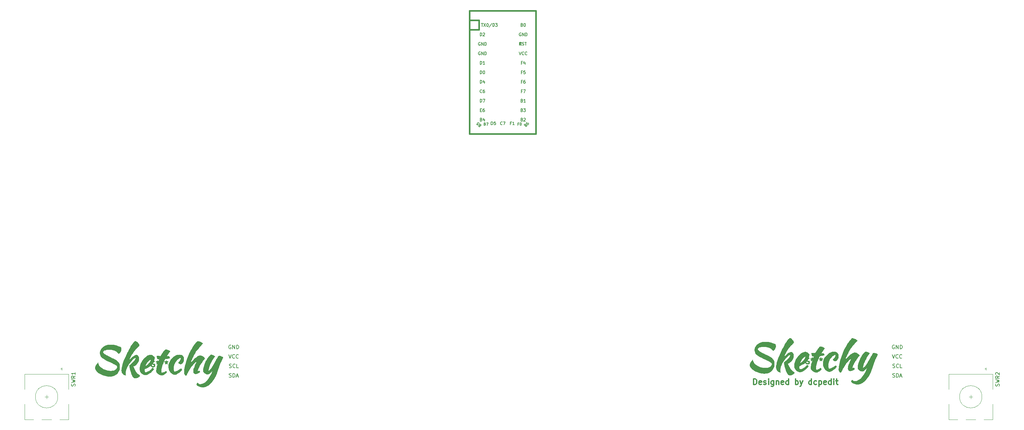
<source format=gto>
G04 #@! TF.GenerationSoftware,KiCad,Pcbnew,(6.0.1-0)*
G04 #@! TF.CreationDate,2022-02-05T08:33:48-08:00*
G04 #@! TF.ProjectId,sketchy,736b6574-6368-4792-9e6b-696361645f70,1*
G04 #@! TF.SameCoordinates,Original*
G04 #@! TF.FileFunction,Legend,Top*
G04 #@! TF.FilePolarity,Positive*
%FSLAX46Y46*%
G04 Gerber Fmt 4.6, Leading zero omitted, Abs format (unit mm)*
G04 Created by KiCad (PCBNEW (6.0.1-0)) date 2022-02-05 08:33:48*
%MOMM*%
%LPD*%
G01*
G04 APERTURE LIST*
%ADD10C,0.300000*%
%ADD11C,0.150000*%
%ADD12C,0.120000*%
%ADD13C,0.381000*%
%ADD14R,1.752600X1.752600*%
%ADD15C,1.752600*%
%ADD16C,3.048000*%
%ADD17C,3.000000*%
%ADD18C,3.987800*%
%ADD19C,1.750000*%
%ADD20R,1.700000X1.700000*%
%ADD21O,1.700000X1.700000*%
%ADD22R,2.000000X2.000000*%
%ADD23C,2.000000*%
%ADD24R,2.000000X3.200000*%
%ADD25C,1.200000*%
%ADD26C,2.100000*%
G04 APERTURE END LIST*
D10*
X214070892Y-131647321D02*
X214070892Y-130147321D01*
X214428035Y-130147321D01*
X214642321Y-130218750D01*
X214785178Y-130361607D01*
X214856607Y-130504464D01*
X214928035Y-130790178D01*
X214928035Y-131004464D01*
X214856607Y-131290178D01*
X214785178Y-131433035D01*
X214642321Y-131575892D01*
X214428035Y-131647321D01*
X214070892Y-131647321D01*
X216142321Y-131575892D02*
X215999464Y-131647321D01*
X215713750Y-131647321D01*
X215570892Y-131575892D01*
X215499464Y-131433035D01*
X215499464Y-130861607D01*
X215570892Y-130718750D01*
X215713750Y-130647321D01*
X215999464Y-130647321D01*
X216142321Y-130718750D01*
X216213750Y-130861607D01*
X216213750Y-131004464D01*
X215499464Y-131147321D01*
X216785178Y-131575892D02*
X216928035Y-131647321D01*
X217213750Y-131647321D01*
X217356607Y-131575892D01*
X217428035Y-131433035D01*
X217428035Y-131361607D01*
X217356607Y-131218750D01*
X217213750Y-131147321D01*
X216999464Y-131147321D01*
X216856607Y-131075892D01*
X216785178Y-130933035D01*
X216785178Y-130861607D01*
X216856607Y-130718750D01*
X216999464Y-130647321D01*
X217213750Y-130647321D01*
X217356607Y-130718750D01*
X218070892Y-131647321D02*
X218070892Y-130647321D01*
X218070892Y-130147321D02*
X217999464Y-130218750D01*
X218070892Y-130290178D01*
X218142321Y-130218750D01*
X218070892Y-130147321D01*
X218070892Y-130290178D01*
X219428035Y-130647321D02*
X219428035Y-131861607D01*
X219356607Y-132004464D01*
X219285178Y-132075892D01*
X219142321Y-132147321D01*
X218928035Y-132147321D01*
X218785178Y-132075892D01*
X219428035Y-131575892D02*
X219285178Y-131647321D01*
X218999464Y-131647321D01*
X218856607Y-131575892D01*
X218785178Y-131504464D01*
X218713750Y-131361607D01*
X218713750Y-130933035D01*
X218785178Y-130790178D01*
X218856607Y-130718750D01*
X218999464Y-130647321D01*
X219285178Y-130647321D01*
X219428035Y-130718750D01*
X220142321Y-130647321D02*
X220142321Y-131647321D01*
X220142321Y-130790178D02*
X220213750Y-130718750D01*
X220356607Y-130647321D01*
X220570892Y-130647321D01*
X220713750Y-130718750D01*
X220785178Y-130861607D01*
X220785178Y-131647321D01*
X222070892Y-131575892D02*
X221928035Y-131647321D01*
X221642321Y-131647321D01*
X221499464Y-131575892D01*
X221428035Y-131433035D01*
X221428035Y-130861607D01*
X221499464Y-130718750D01*
X221642321Y-130647321D01*
X221928035Y-130647321D01*
X222070892Y-130718750D01*
X222142321Y-130861607D01*
X222142321Y-131004464D01*
X221428035Y-131147321D01*
X223428035Y-131647321D02*
X223428035Y-130147321D01*
X223428035Y-131575892D02*
X223285178Y-131647321D01*
X222999464Y-131647321D01*
X222856607Y-131575892D01*
X222785178Y-131504464D01*
X222713750Y-131361607D01*
X222713750Y-130933035D01*
X222785178Y-130790178D01*
X222856607Y-130718750D01*
X222999464Y-130647321D01*
X223285178Y-130647321D01*
X223428035Y-130718750D01*
X225285178Y-131647321D02*
X225285178Y-130147321D01*
X225285178Y-130718750D02*
X225428035Y-130647321D01*
X225713750Y-130647321D01*
X225856607Y-130718750D01*
X225928035Y-130790178D01*
X225999464Y-130933035D01*
X225999464Y-131361607D01*
X225928035Y-131504464D01*
X225856607Y-131575892D01*
X225713750Y-131647321D01*
X225428035Y-131647321D01*
X225285178Y-131575892D01*
X226499464Y-130647321D02*
X226856607Y-131647321D01*
X227213750Y-130647321D02*
X226856607Y-131647321D01*
X226713750Y-132004464D01*
X226642321Y-132075892D01*
X226499464Y-132147321D01*
X229570892Y-131647321D02*
X229570892Y-130147321D01*
X229570892Y-131575892D02*
X229428035Y-131647321D01*
X229142321Y-131647321D01*
X228999464Y-131575892D01*
X228928035Y-131504464D01*
X228856607Y-131361607D01*
X228856607Y-130933035D01*
X228928035Y-130790178D01*
X228999464Y-130718750D01*
X229142321Y-130647321D01*
X229428035Y-130647321D01*
X229570892Y-130718750D01*
X230928035Y-131575892D02*
X230785178Y-131647321D01*
X230499464Y-131647321D01*
X230356607Y-131575892D01*
X230285178Y-131504464D01*
X230213750Y-131361607D01*
X230213750Y-130933035D01*
X230285178Y-130790178D01*
X230356607Y-130718750D01*
X230499464Y-130647321D01*
X230785178Y-130647321D01*
X230928035Y-130718750D01*
X231570892Y-130647321D02*
X231570892Y-132147321D01*
X231570892Y-130718750D02*
X231713750Y-130647321D01*
X231999464Y-130647321D01*
X232142321Y-130718750D01*
X232213750Y-130790178D01*
X232285178Y-130933035D01*
X232285178Y-131361607D01*
X232213750Y-131504464D01*
X232142321Y-131575892D01*
X231999464Y-131647321D01*
X231713750Y-131647321D01*
X231570892Y-131575892D01*
X233499464Y-131575892D02*
X233356607Y-131647321D01*
X233070892Y-131647321D01*
X232928035Y-131575892D01*
X232856607Y-131433035D01*
X232856607Y-130861607D01*
X232928035Y-130718750D01*
X233070892Y-130647321D01*
X233356607Y-130647321D01*
X233499464Y-130718750D01*
X233570892Y-130861607D01*
X233570892Y-131004464D01*
X232856607Y-131147321D01*
X234856607Y-131647321D02*
X234856607Y-130147321D01*
X234856607Y-131575892D02*
X234713750Y-131647321D01*
X234428035Y-131647321D01*
X234285178Y-131575892D01*
X234213750Y-131504464D01*
X234142321Y-131361607D01*
X234142321Y-130933035D01*
X234213750Y-130790178D01*
X234285178Y-130718750D01*
X234428035Y-130647321D01*
X234713750Y-130647321D01*
X234856607Y-130718750D01*
X235570892Y-131647321D02*
X235570892Y-130647321D01*
X235570892Y-130147321D02*
X235499464Y-130218750D01*
X235570892Y-130290178D01*
X235642321Y-130218750D01*
X235570892Y-130147321D01*
X235570892Y-130290178D01*
X236070892Y-130647321D02*
X236642321Y-130647321D01*
X236285178Y-130147321D02*
X236285178Y-131433035D01*
X236356607Y-131575892D01*
X236499464Y-131647321D01*
X236642321Y-131647321D01*
D11*
X251783845Y-121102500D02*
X251688607Y-121054880D01*
X251545750Y-121054880D01*
X251402892Y-121102500D01*
X251307654Y-121197738D01*
X251260035Y-121292976D01*
X251212416Y-121483452D01*
X251212416Y-121626309D01*
X251260035Y-121816785D01*
X251307654Y-121912023D01*
X251402892Y-122007261D01*
X251545750Y-122054880D01*
X251640988Y-122054880D01*
X251783845Y-122007261D01*
X251831464Y-121959642D01*
X251831464Y-121626309D01*
X251640988Y-121626309D01*
X252260035Y-122054880D02*
X252260035Y-121054880D01*
X252831464Y-122054880D01*
X252831464Y-121054880D01*
X253307654Y-122054880D02*
X253307654Y-121054880D01*
X253545750Y-121054880D01*
X253688607Y-121102500D01*
X253783845Y-121197738D01*
X253831464Y-121292976D01*
X253879083Y-121483452D01*
X253879083Y-121626309D01*
X253831464Y-121816785D01*
X253783845Y-121912023D01*
X253688607Y-122007261D01*
X253545750Y-122054880D01*
X253307654Y-122054880D01*
X251355273Y-127087261D02*
X251498130Y-127134880D01*
X251736226Y-127134880D01*
X251831464Y-127087261D01*
X251879083Y-127039642D01*
X251926702Y-126944404D01*
X251926702Y-126849166D01*
X251879083Y-126753928D01*
X251831464Y-126706309D01*
X251736226Y-126658690D01*
X251545750Y-126611071D01*
X251450511Y-126563452D01*
X251402892Y-126515833D01*
X251355273Y-126420595D01*
X251355273Y-126325357D01*
X251402892Y-126230119D01*
X251450511Y-126182500D01*
X251545750Y-126134880D01*
X251783845Y-126134880D01*
X251926702Y-126182500D01*
X252926702Y-127039642D02*
X252879083Y-127087261D01*
X252736226Y-127134880D01*
X252640988Y-127134880D01*
X252498130Y-127087261D01*
X252402892Y-126992023D01*
X252355273Y-126896785D01*
X252307654Y-126706309D01*
X252307654Y-126563452D01*
X252355273Y-126372976D01*
X252402892Y-126277738D01*
X252498130Y-126182500D01*
X252640988Y-126134880D01*
X252736226Y-126134880D01*
X252879083Y-126182500D01*
X252926702Y-126230119D01*
X253831464Y-127134880D02*
X253355273Y-127134880D01*
X253355273Y-126134880D01*
X251331464Y-129627261D02*
X251474321Y-129674880D01*
X251712416Y-129674880D01*
X251807654Y-129627261D01*
X251855273Y-129579642D01*
X251902892Y-129484404D01*
X251902892Y-129389166D01*
X251855273Y-129293928D01*
X251807654Y-129246309D01*
X251712416Y-129198690D01*
X251521940Y-129151071D01*
X251426702Y-129103452D01*
X251379083Y-129055833D01*
X251331464Y-128960595D01*
X251331464Y-128865357D01*
X251379083Y-128770119D01*
X251426702Y-128722500D01*
X251521940Y-128674880D01*
X251760035Y-128674880D01*
X251902892Y-128722500D01*
X252331464Y-129674880D02*
X252331464Y-128674880D01*
X252569559Y-128674880D01*
X252712416Y-128722500D01*
X252807654Y-128817738D01*
X252855273Y-128912976D01*
X252902892Y-129103452D01*
X252902892Y-129246309D01*
X252855273Y-129436785D01*
X252807654Y-129532023D01*
X252712416Y-129627261D01*
X252569559Y-129674880D01*
X252331464Y-129674880D01*
X253283845Y-129389166D02*
X253760035Y-129389166D01*
X253188607Y-129674880D02*
X253521940Y-128674880D01*
X253855273Y-129674880D01*
X251212416Y-123594880D02*
X251545750Y-124594880D01*
X251879083Y-123594880D01*
X252783845Y-124499642D02*
X252736226Y-124547261D01*
X252593369Y-124594880D01*
X252498130Y-124594880D01*
X252355273Y-124547261D01*
X252260035Y-124452023D01*
X252212416Y-124356785D01*
X252164797Y-124166309D01*
X252164797Y-124023452D01*
X252212416Y-123832976D01*
X252260035Y-123737738D01*
X252355273Y-123642500D01*
X252498130Y-123594880D01*
X252593369Y-123594880D01*
X252736226Y-123642500D01*
X252783845Y-123690119D01*
X253783845Y-124499642D02*
X253736226Y-124547261D01*
X253593369Y-124594880D01*
X253498130Y-124594880D01*
X253355273Y-124547261D01*
X253260035Y-124452023D01*
X253212416Y-124356785D01*
X253164797Y-124166309D01*
X253164797Y-124023452D01*
X253212416Y-123832976D01*
X253260035Y-123737738D01*
X253355273Y-123642500D01*
X253498130Y-123594880D01*
X253593369Y-123594880D01*
X253736226Y-123642500D01*
X253783845Y-123690119D01*
X279861011Y-132070833D02*
X279908630Y-131927976D01*
X279908630Y-131689880D01*
X279861011Y-131594642D01*
X279813392Y-131547023D01*
X279718154Y-131499404D01*
X279622916Y-131499404D01*
X279527678Y-131547023D01*
X279480059Y-131594642D01*
X279432440Y-131689880D01*
X279384821Y-131880357D01*
X279337202Y-131975595D01*
X279289583Y-132023214D01*
X279194345Y-132070833D01*
X279099107Y-132070833D01*
X279003869Y-132023214D01*
X278956250Y-131975595D01*
X278908630Y-131880357D01*
X278908630Y-131642261D01*
X278956250Y-131499404D01*
X278908630Y-131166071D02*
X279908630Y-130927976D01*
X279194345Y-130737500D01*
X279908630Y-130547023D01*
X278908630Y-130308928D01*
X279908630Y-129356547D02*
X279432440Y-129689880D01*
X279908630Y-129927976D02*
X278908630Y-129927976D01*
X278908630Y-129547023D01*
X278956250Y-129451785D01*
X279003869Y-129404166D01*
X279099107Y-129356547D01*
X279241964Y-129356547D01*
X279337202Y-129404166D01*
X279384821Y-129451785D01*
X279432440Y-129547023D01*
X279432440Y-129927976D01*
X279003869Y-128975595D02*
X278956250Y-128927976D01*
X278908630Y-128832738D01*
X278908630Y-128594642D01*
X278956250Y-128499404D01*
X279003869Y-128451785D01*
X279099107Y-128404166D01*
X279194345Y-128404166D01*
X279337202Y-128451785D01*
X279908630Y-129023214D01*
X279908630Y-128404166D01*
X32211011Y-132070833D02*
X32258630Y-131927976D01*
X32258630Y-131689880D01*
X32211011Y-131594642D01*
X32163392Y-131547023D01*
X32068154Y-131499404D01*
X31972916Y-131499404D01*
X31877678Y-131547023D01*
X31830059Y-131594642D01*
X31782440Y-131689880D01*
X31734821Y-131880357D01*
X31687202Y-131975595D01*
X31639583Y-132023214D01*
X31544345Y-132070833D01*
X31449107Y-132070833D01*
X31353869Y-132023214D01*
X31306250Y-131975595D01*
X31258630Y-131880357D01*
X31258630Y-131642261D01*
X31306250Y-131499404D01*
X31258630Y-131166071D02*
X32258630Y-130927976D01*
X31544345Y-130737500D01*
X32258630Y-130547023D01*
X31258630Y-130308928D01*
X32258630Y-129356547D02*
X31782440Y-129689880D01*
X32258630Y-129927976D02*
X31258630Y-129927976D01*
X31258630Y-129547023D01*
X31306250Y-129451785D01*
X31353869Y-129404166D01*
X31449107Y-129356547D01*
X31591964Y-129356547D01*
X31687202Y-129404166D01*
X31734821Y-129451785D01*
X31782440Y-129547023D01*
X31782440Y-129927976D01*
X32258630Y-128404166D02*
X32258630Y-128975595D01*
X32258630Y-128689880D02*
X31258630Y-128689880D01*
X31401488Y-128785119D01*
X31496726Y-128880357D01*
X31544345Y-128975595D01*
X73555273Y-127087261D02*
X73698130Y-127134880D01*
X73936226Y-127134880D01*
X74031464Y-127087261D01*
X74079083Y-127039642D01*
X74126702Y-126944404D01*
X74126702Y-126849166D01*
X74079083Y-126753928D01*
X74031464Y-126706309D01*
X73936226Y-126658690D01*
X73745750Y-126611071D01*
X73650511Y-126563452D01*
X73602892Y-126515833D01*
X73555273Y-126420595D01*
X73555273Y-126325357D01*
X73602892Y-126230119D01*
X73650511Y-126182500D01*
X73745750Y-126134880D01*
X73983845Y-126134880D01*
X74126702Y-126182500D01*
X75126702Y-127039642D02*
X75079083Y-127087261D01*
X74936226Y-127134880D01*
X74840988Y-127134880D01*
X74698130Y-127087261D01*
X74602892Y-126992023D01*
X74555273Y-126896785D01*
X74507654Y-126706309D01*
X74507654Y-126563452D01*
X74555273Y-126372976D01*
X74602892Y-126277738D01*
X74698130Y-126182500D01*
X74840988Y-126134880D01*
X74936226Y-126134880D01*
X75079083Y-126182500D01*
X75126702Y-126230119D01*
X76031464Y-127134880D02*
X75555273Y-127134880D01*
X75555273Y-126134880D01*
X73412416Y-123594880D02*
X73745750Y-124594880D01*
X74079083Y-123594880D01*
X74983845Y-124499642D02*
X74936226Y-124547261D01*
X74793369Y-124594880D01*
X74698130Y-124594880D01*
X74555273Y-124547261D01*
X74460035Y-124452023D01*
X74412416Y-124356785D01*
X74364797Y-124166309D01*
X74364797Y-124023452D01*
X74412416Y-123832976D01*
X74460035Y-123737738D01*
X74555273Y-123642500D01*
X74698130Y-123594880D01*
X74793369Y-123594880D01*
X74936226Y-123642500D01*
X74983845Y-123690119D01*
X75983845Y-124499642D02*
X75936226Y-124547261D01*
X75793369Y-124594880D01*
X75698130Y-124594880D01*
X75555273Y-124547261D01*
X75460035Y-124452023D01*
X75412416Y-124356785D01*
X75364797Y-124166309D01*
X75364797Y-124023452D01*
X75412416Y-123832976D01*
X75460035Y-123737738D01*
X75555273Y-123642500D01*
X75698130Y-123594880D01*
X75793369Y-123594880D01*
X75936226Y-123642500D01*
X75983845Y-123690119D01*
X73983845Y-121102500D02*
X73888607Y-121054880D01*
X73745750Y-121054880D01*
X73602892Y-121102500D01*
X73507654Y-121197738D01*
X73460035Y-121292976D01*
X73412416Y-121483452D01*
X73412416Y-121626309D01*
X73460035Y-121816785D01*
X73507654Y-121912023D01*
X73602892Y-122007261D01*
X73745750Y-122054880D01*
X73840988Y-122054880D01*
X73983845Y-122007261D01*
X74031464Y-121959642D01*
X74031464Y-121626309D01*
X73840988Y-121626309D01*
X74460035Y-122054880D02*
X74460035Y-121054880D01*
X75031464Y-122054880D01*
X75031464Y-121054880D01*
X75507654Y-122054880D02*
X75507654Y-121054880D01*
X75745750Y-121054880D01*
X75888607Y-121102500D01*
X75983845Y-121197738D01*
X76031464Y-121292976D01*
X76079083Y-121483452D01*
X76079083Y-121626309D01*
X76031464Y-121816785D01*
X75983845Y-121912023D01*
X75888607Y-122007261D01*
X75745750Y-122054880D01*
X75507654Y-122054880D01*
X73531464Y-129627261D02*
X73674321Y-129674880D01*
X73912416Y-129674880D01*
X74007654Y-129627261D01*
X74055273Y-129579642D01*
X74102892Y-129484404D01*
X74102892Y-129389166D01*
X74055273Y-129293928D01*
X74007654Y-129246309D01*
X73912416Y-129198690D01*
X73721940Y-129151071D01*
X73626702Y-129103452D01*
X73579083Y-129055833D01*
X73531464Y-128960595D01*
X73531464Y-128865357D01*
X73579083Y-128770119D01*
X73626702Y-128722500D01*
X73721940Y-128674880D01*
X73960035Y-128674880D01*
X74102892Y-128722500D01*
X74531464Y-129674880D02*
X74531464Y-128674880D01*
X74769559Y-128674880D01*
X74912416Y-128722500D01*
X75007654Y-128817738D01*
X75055273Y-128912976D01*
X75102892Y-129103452D01*
X75102892Y-129246309D01*
X75055273Y-129436785D01*
X75007654Y-129532023D01*
X74912416Y-129627261D01*
X74769559Y-129674880D01*
X74531464Y-129674880D01*
X75483845Y-129389166D02*
X75960035Y-129389166D01*
X75388607Y-129674880D02*
X75721940Y-128674880D01*
X76055273Y-129674880D01*
X151980940Y-58045357D02*
X152095226Y-58083452D01*
X152133321Y-58121547D01*
X152171416Y-58197738D01*
X152171416Y-58312023D01*
X152133321Y-58388214D01*
X152095226Y-58426309D01*
X152019035Y-58464404D01*
X151714273Y-58464404D01*
X151714273Y-57664404D01*
X151980940Y-57664404D01*
X152057130Y-57702500D01*
X152095226Y-57740595D01*
X152133321Y-57816785D01*
X152133321Y-57892976D01*
X152095226Y-57969166D01*
X152057130Y-58007261D01*
X151980940Y-58045357D01*
X151714273Y-58045357D01*
X152438083Y-57664404D02*
X152933321Y-57664404D01*
X152666654Y-57969166D01*
X152780940Y-57969166D01*
X152857130Y-58007261D01*
X152895226Y-58045357D01*
X152933321Y-58121547D01*
X152933321Y-58312023D01*
X152895226Y-58388214D01*
X152857130Y-58426309D01*
X152780940Y-58464404D01*
X152552369Y-58464404D01*
X152476178Y-58426309D01*
X152438083Y-58388214D01*
X153008047Y-62077491D02*
X153102328Y-62030351D01*
X153149469Y-62030351D01*
X153220179Y-62053921D01*
X153290890Y-62124632D01*
X153314460Y-62195342D01*
X153314460Y-62242483D01*
X153290890Y-62313193D01*
X153102328Y-62501755D01*
X152607353Y-62006780D01*
X152772345Y-61841789D01*
X152843056Y-61818219D01*
X152890196Y-61818219D01*
X152960907Y-61841789D01*
X153008047Y-61888929D01*
X153031617Y-61959640D01*
X153031617Y-62006780D01*
X153008047Y-62077491D01*
X152843056Y-62242483D01*
X153314460Y-61299674D02*
X153220179Y-61393955D01*
X153196609Y-61464665D01*
X153196609Y-61511806D01*
X153220179Y-61629657D01*
X153290890Y-61747508D01*
X153479452Y-61936070D01*
X153550162Y-61959640D01*
X153597303Y-61959640D01*
X153668014Y-61936070D01*
X153762294Y-61841789D01*
X153785865Y-61771078D01*
X153785865Y-61723938D01*
X153762294Y-61653227D01*
X153644443Y-61535376D01*
X153573733Y-61511806D01*
X153526592Y-61511806D01*
X153455882Y-61535376D01*
X153361601Y-61629657D01*
X153338030Y-61700367D01*
X153338030Y-61747508D01*
X153361601Y-61818219D01*
X143713273Y-61974404D02*
X143713273Y-61174404D01*
X143903750Y-61174404D01*
X144018035Y-61212500D01*
X144094226Y-61288690D01*
X144132321Y-61364880D01*
X144170416Y-61517261D01*
X144170416Y-61631547D01*
X144132321Y-61783928D01*
X144094226Y-61860119D01*
X144018035Y-61936309D01*
X143903750Y-61974404D01*
X143713273Y-61974404D01*
X144894226Y-61174404D02*
X144513273Y-61174404D01*
X144475178Y-61555357D01*
X144513273Y-61517261D01*
X144589464Y-61479166D01*
X144779940Y-61479166D01*
X144856130Y-61517261D01*
X144894226Y-61555357D01*
X144932321Y-61631547D01*
X144932321Y-61822023D01*
X144894226Y-61898214D01*
X144856130Y-61936309D01*
X144779940Y-61974404D01*
X144589464Y-61974404D01*
X144513273Y-61936309D01*
X144475178Y-61898214D01*
X149117083Y-61555357D02*
X148850416Y-61555357D01*
X148850416Y-61974404D02*
X148850416Y-61174404D01*
X149231369Y-61174404D01*
X149955178Y-61974404D02*
X149498035Y-61974404D01*
X149726607Y-61974404D02*
X149726607Y-61174404D01*
X149650416Y-61288690D01*
X149574226Y-61364880D01*
X149498035Y-61402976D01*
X152038083Y-50425357D02*
X151771416Y-50425357D01*
X151771416Y-50844404D02*
X151771416Y-50044404D01*
X152152369Y-50044404D01*
X152799988Y-50044404D02*
X152647607Y-50044404D01*
X152571416Y-50082500D01*
X152533321Y-50120595D01*
X152457130Y-50234880D01*
X152419035Y-50387261D01*
X152419035Y-50692023D01*
X152457130Y-50768214D01*
X152495226Y-50806309D01*
X152571416Y-50844404D01*
X152723797Y-50844404D01*
X152799988Y-50806309D01*
X152838083Y-50768214D01*
X152876178Y-50692023D01*
X152876178Y-50501547D01*
X152838083Y-50425357D01*
X152799988Y-50387261D01*
X152723797Y-50349166D01*
X152571416Y-50349166D01*
X152495226Y-50387261D01*
X152457130Y-50425357D01*
X152419035Y-50501547D01*
X151980940Y-35185357D02*
X152095226Y-35223452D01*
X152133321Y-35261547D01*
X152171416Y-35337738D01*
X152171416Y-35452023D01*
X152133321Y-35528214D01*
X152095226Y-35566309D01*
X152019035Y-35604404D01*
X151714273Y-35604404D01*
X151714273Y-34804404D01*
X151980940Y-34804404D01*
X152057130Y-34842500D01*
X152095226Y-34880595D01*
X152133321Y-34956785D01*
X152133321Y-35032976D01*
X152095226Y-35109166D01*
X152057130Y-35147261D01*
X151980940Y-35185357D01*
X151714273Y-35185357D01*
X152666654Y-34804404D02*
X152742845Y-34804404D01*
X152819035Y-34842500D01*
X152857130Y-34880595D01*
X152895226Y-34956785D01*
X152933321Y-35109166D01*
X152933321Y-35299642D01*
X152895226Y-35452023D01*
X152857130Y-35528214D01*
X152819035Y-35566309D01*
X152742845Y-35604404D01*
X152666654Y-35604404D01*
X152590464Y-35566309D01*
X152552369Y-35528214D01*
X152514273Y-35452023D01*
X152476178Y-35299642D01*
X152476178Y-35109166D01*
X152514273Y-34956785D01*
X152552369Y-34880595D01*
X152590464Y-34842500D01*
X152666654Y-34804404D01*
X141081401Y-34804404D02*
X141538544Y-34804404D01*
X141309973Y-35604404D02*
X141309973Y-34804404D01*
X141729020Y-34804404D02*
X142262354Y-35604404D01*
X142262354Y-34804404D02*
X141729020Y-35604404D01*
X142719497Y-34804404D02*
X142795687Y-34804404D01*
X142871878Y-34842500D01*
X142909973Y-34880595D01*
X142948068Y-34956785D01*
X142986163Y-35109166D01*
X142986163Y-35299642D01*
X142948068Y-35452023D01*
X142909973Y-35528214D01*
X142871878Y-35566309D01*
X142795687Y-35604404D01*
X142719497Y-35604404D01*
X142643306Y-35566309D01*
X142605211Y-35528214D01*
X142567116Y-35452023D01*
X142529020Y-35299642D01*
X142529020Y-35109166D01*
X142567116Y-34956785D01*
X142605211Y-34880595D01*
X142643306Y-34842500D01*
X142719497Y-34804404D01*
X143900449Y-34766309D02*
X143214735Y-35794880D01*
X144167116Y-35604404D02*
X144167116Y-34804404D01*
X144357592Y-34804404D01*
X144471878Y-34842500D01*
X144548068Y-34918690D01*
X144586163Y-34994880D01*
X144624258Y-35147261D01*
X144624258Y-35261547D01*
X144586163Y-35413928D01*
X144548068Y-35490119D01*
X144471878Y-35566309D01*
X144357592Y-35604404D01*
X144167116Y-35604404D01*
X144890925Y-34804404D02*
X145386163Y-34804404D01*
X145119497Y-35109166D01*
X145233782Y-35109166D01*
X145309973Y-35147261D01*
X145348068Y-35185357D01*
X145386163Y-35261547D01*
X145386163Y-35452023D01*
X145348068Y-35528214D01*
X145309973Y-35566309D01*
X145233782Y-35604404D01*
X145005211Y-35604404D01*
X144929020Y-35566309D01*
X144890925Y-35528214D01*
X151110416Y-61762500D02*
X150877083Y-61762500D01*
X150877083Y-62129166D02*
X150877083Y-61429166D01*
X151210416Y-61429166D01*
X151610416Y-61429166D02*
X151677083Y-61429166D01*
X151743750Y-61462500D01*
X151777083Y-61495833D01*
X151810416Y-61562500D01*
X151843750Y-61695833D01*
X151843750Y-61862500D01*
X151810416Y-61995833D01*
X151777083Y-62062500D01*
X151743750Y-62095833D01*
X151677083Y-62129166D01*
X151610416Y-62129166D01*
X151543750Y-62095833D01*
X151510416Y-62062500D01*
X151477083Y-61995833D01*
X151443750Y-61862500D01*
X151443750Y-61695833D01*
X151477083Y-61562500D01*
X151510416Y-61495833D01*
X151543750Y-61462500D01*
X151610416Y-61429166D01*
X140830369Y-58045357D02*
X141097035Y-58045357D01*
X141211321Y-58464404D02*
X140830369Y-58464404D01*
X140830369Y-57664404D01*
X141211321Y-57664404D01*
X141897035Y-57664404D02*
X141744654Y-57664404D01*
X141668464Y-57702500D01*
X141630369Y-57740595D01*
X141554178Y-57854880D01*
X141516083Y-58007261D01*
X141516083Y-58312023D01*
X141554178Y-58388214D01*
X141592273Y-58426309D01*
X141668464Y-58464404D01*
X141820845Y-58464404D01*
X141897035Y-58426309D01*
X141935130Y-58388214D01*
X141973226Y-58312023D01*
X141973226Y-58121547D01*
X141935130Y-58045357D01*
X141897035Y-58007261D01*
X141820845Y-57969166D01*
X141668464Y-57969166D01*
X141592273Y-58007261D01*
X141554178Y-58045357D01*
X141516083Y-58121547D01*
X140773226Y-42462500D02*
X140697035Y-42424404D01*
X140582750Y-42424404D01*
X140468464Y-42462500D01*
X140392273Y-42538690D01*
X140354178Y-42614880D01*
X140316083Y-42767261D01*
X140316083Y-42881547D01*
X140354178Y-43033928D01*
X140392273Y-43110119D01*
X140468464Y-43186309D01*
X140582750Y-43224404D01*
X140658940Y-43224404D01*
X140773226Y-43186309D01*
X140811321Y-43148214D01*
X140811321Y-42881547D01*
X140658940Y-42881547D01*
X141154178Y-43224404D02*
X141154178Y-42424404D01*
X141611321Y-43224404D01*
X141611321Y-42424404D01*
X141992273Y-43224404D02*
X141992273Y-42424404D01*
X142182750Y-42424404D01*
X142297035Y-42462500D01*
X142373226Y-42538690D01*
X142411321Y-42614880D01*
X142449416Y-42767261D01*
X142449416Y-42881547D01*
X142411321Y-43033928D01*
X142373226Y-43110119D01*
X142297035Y-43186309D01*
X142182750Y-43224404D01*
X141992273Y-43224404D01*
X140792273Y-50844404D02*
X140792273Y-50044404D01*
X140982750Y-50044404D01*
X141097035Y-50082500D01*
X141173226Y-50158690D01*
X141211321Y-50234880D01*
X141249416Y-50387261D01*
X141249416Y-50501547D01*
X141211321Y-50653928D01*
X141173226Y-50730119D01*
X141097035Y-50806309D01*
X140982750Y-50844404D01*
X140792273Y-50844404D01*
X141935130Y-50311071D02*
X141935130Y-50844404D01*
X141744654Y-50006309D02*
X141554178Y-50577738D01*
X142049416Y-50577738D01*
X151238083Y-42424404D02*
X151504750Y-43224404D01*
X151771416Y-42424404D01*
X152495226Y-43148214D02*
X152457130Y-43186309D01*
X152342845Y-43224404D01*
X152266654Y-43224404D01*
X152152369Y-43186309D01*
X152076178Y-43110119D01*
X152038083Y-43033928D01*
X151999988Y-42881547D01*
X151999988Y-42767261D01*
X152038083Y-42614880D01*
X152076178Y-42538690D01*
X152152369Y-42462500D01*
X152266654Y-42424404D01*
X152342845Y-42424404D01*
X152457130Y-42462500D01*
X152495226Y-42500595D01*
X153295226Y-43148214D02*
X153257130Y-43186309D01*
X153142845Y-43224404D01*
X153066654Y-43224404D01*
X152952369Y-43186309D01*
X152876178Y-43110119D01*
X152838083Y-43033928D01*
X152799988Y-42881547D01*
X152799988Y-42767261D01*
X152838083Y-42614880D01*
X152876178Y-42538690D01*
X152952369Y-42462500D01*
X153066654Y-42424404D01*
X153142845Y-42424404D01*
X153257130Y-42462500D01*
X153295226Y-42500595D01*
X140792273Y-45764404D02*
X140792273Y-44964404D01*
X140982750Y-44964404D01*
X141097035Y-45002500D01*
X141173226Y-45078690D01*
X141211321Y-45154880D01*
X141249416Y-45307261D01*
X141249416Y-45421547D01*
X141211321Y-45573928D01*
X141173226Y-45650119D01*
X141097035Y-45726309D01*
X140982750Y-45764404D01*
X140792273Y-45764404D01*
X142011321Y-45764404D02*
X141554178Y-45764404D01*
X141782750Y-45764404D02*
X141782750Y-44964404D01*
X141706559Y-45078690D01*
X141630369Y-45154880D01*
X141554178Y-45192976D01*
X140608741Y-62148202D02*
X140561601Y-62053921D01*
X140561601Y-62006780D01*
X140585171Y-61936070D01*
X140655882Y-61865359D01*
X140726592Y-61841789D01*
X140773733Y-61841789D01*
X140844443Y-61865359D01*
X141033005Y-62053921D01*
X140538030Y-62548896D01*
X140373039Y-62383904D01*
X140349469Y-62313193D01*
X140349469Y-62266053D01*
X140373039Y-62195342D01*
X140420179Y-62148202D01*
X140490890Y-62124632D01*
X140538030Y-62124632D01*
X140608741Y-62148202D01*
X140773733Y-62313193D01*
X139807353Y-61818219D02*
X140043056Y-62053921D01*
X140302328Y-61841789D01*
X140255188Y-61841789D01*
X140184477Y-61818219D01*
X140066626Y-61700367D01*
X140043056Y-61629657D01*
X140043056Y-61582516D01*
X140066626Y-61511806D01*
X140184477Y-61393955D01*
X140255188Y-61370384D01*
X140302328Y-61370384D01*
X140373039Y-61393955D01*
X140490890Y-61511806D01*
X140514460Y-61582516D01*
X140514460Y-61629657D01*
X151695226Y-37382500D02*
X151619035Y-37344404D01*
X151504750Y-37344404D01*
X151390464Y-37382500D01*
X151314273Y-37458690D01*
X151276178Y-37534880D01*
X151238083Y-37687261D01*
X151238083Y-37801547D01*
X151276178Y-37953928D01*
X151314273Y-38030119D01*
X151390464Y-38106309D01*
X151504750Y-38144404D01*
X151580940Y-38144404D01*
X151695226Y-38106309D01*
X151733321Y-38068214D01*
X151733321Y-37801547D01*
X151580940Y-37801547D01*
X152076178Y-38144404D02*
X152076178Y-37344404D01*
X152533321Y-38144404D01*
X152533321Y-37344404D01*
X152914273Y-38144404D02*
X152914273Y-37344404D01*
X153104750Y-37344404D01*
X153219035Y-37382500D01*
X153295226Y-37458690D01*
X153333321Y-37534880D01*
X153371416Y-37687261D01*
X153371416Y-37801547D01*
X153333321Y-37953928D01*
X153295226Y-38030119D01*
X153219035Y-38106309D01*
X153104750Y-38144404D01*
X152914273Y-38144404D01*
X140792273Y-48304404D02*
X140792273Y-47504404D01*
X140982750Y-47504404D01*
X141097035Y-47542500D01*
X141173226Y-47618690D01*
X141211321Y-47694880D01*
X141249416Y-47847261D01*
X141249416Y-47961547D01*
X141211321Y-48113928D01*
X141173226Y-48190119D01*
X141097035Y-48266309D01*
X140982750Y-48304404D01*
X140792273Y-48304404D01*
X141744654Y-47504404D02*
X141820845Y-47504404D01*
X141897035Y-47542500D01*
X141935130Y-47580595D01*
X141973226Y-47656785D01*
X142011321Y-47809166D01*
X142011321Y-47999642D01*
X141973226Y-48152023D01*
X141935130Y-48228214D01*
X141897035Y-48266309D01*
X141820845Y-48304404D01*
X141744654Y-48304404D01*
X141668464Y-48266309D01*
X141630369Y-48228214D01*
X141592273Y-48152023D01*
X141554178Y-47999642D01*
X141554178Y-47809166D01*
X141592273Y-47656785D01*
X141630369Y-47580595D01*
X141668464Y-47542500D01*
X141744654Y-47504404D01*
X140792273Y-38144404D02*
X140792273Y-37344404D01*
X140982750Y-37344404D01*
X141097035Y-37382500D01*
X141173226Y-37458690D01*
X141211321Y-37534880D01*
X141249416Y-37687261D01*
X141249416Y-37801547D01*
X141211321Y-37953928D01*
X141173226Y-38030119D01*
X141097035Y-38106309D01*
X140982750Y-38144404D01*
X140792273Y-38144404D01*
X141554178Y-37420595D02*
X141592273Y-37382500D01*
X141668464Y-37344404D01*
X141858940Y-37344404D01*
X141935130Y-37382500D01*
X141973226Y-37420595D01*
X142011321Y-37496785D01*
X142011321Y-37572976D01*
X141973226Y-37687261D01*
X141516083Y-38144404D01*
X142011321Y-38144404D01*
X152038083Y-52965357D02*
X151771416Y-52965357D01*
X151771416Y-53384404D02*
X151771416Y-52584404D01*
X152152369Y-52584404D01*
X152380940Y-52584404D02*
X152914273Y-52584404D01*
X152571416Y-53384404D01*
X152038083Y-47885357D02*
X151771416Y-47885357D01*
X151771416Y-48304404D02*
X151771416Y-47504404D01*
X152152369Y-47504404D01*
X152838083Y-47504404D02*
X152457130Y-47504404D01*
X152419035Y-47885357D01*
X152457130Y-47847261D01*
X152533321Y-47809166D01*
X152723797Y-47809166D01*
X152799988Y-47847261D01*
X152838083Y-47885357D01*
X152876178Y-47961547D01*
X152876178Y-48152023D01*
X152838083Y-48228214D01*
X152799988Y-48266309D01*
X152723797Y-48304404D01*
X152533321Y-48304404D01*
X152457130Y-48266309D01*
X152419035Y-48228214D01*
X152038083Y-45345357D02*
X151771416Y-45345357D01*
X151771416Y-45764404D02*
X151771416Y-44964404D01*
X152152369Y-44964404D01*
X152799988Y-45231071D02*
X152799988Y-45764404D01*
X152609511Y-44926309D02*
X152419035Y-45497738D01*
X152914273Y-45497738D01*
X151980940Y-55505357D02*
X152095226Y-55543452D01*
X152133321Y-55581547D01*
X152171416Y-55657738D01*
X152171416Y-55772023D01*
X152133321Y-55848214D01*
X152095226Y-55886309D01*
X152019035Y-55924404D01*
X151714273Y-55924404D01*
X151714273Y-55124404D01*
X151980940Y-55124404D01*
X152057130Y-55162500D01*
X152095226Y-55200595D01*
X152133321Y-55276785D01*
X152133321Y-55352976D01*
X152095226Y-55429166D01*
X152057130Y-55467261D01*
X151980940Y-55505357D01*
X151714273Y-55505357D01*
X152933321Y-55924404D02*
X152476178Y-55924404D01*
X152704750Y-55924404D02*
X152704750Y-55124404D01*
X152628559Y-55238690D01*
X152552369Y-55314880D01*
X152476178Y-55352976D01*
X141249416Y-53308214D02*
X141211321Y-53346309D01*
X141097035Y-53384404D01*
X141020845Y-53384404D01*
X140906559Y-53346309D01*
X140830369Y-53270119D01*
X140792273Y-53193928D01*
X140754178Y-53041547D01*
X140754178Y-52927261D01*
X140792273Y-52774880D01*
X140830369Y-52698690D01*
X140906559Y-52622500D01*
X141020845Y-52584404D01*
X141097035Y-52584404D01*
X141211321Y-52622500D01*
X141249416Y-52660595D01*
X141935130Y-52584404D02*
X141782750Y-52584404D01*
X141706559Y-52622500D01*
X141668464Y-52660595D01*
X141592273Y-52774880D01*
X141554178Y-52927261D01*
X141554178Y-53232023D01*
X141592273Y-53308214D01*
X141630369Y-53346309D01*
X141706559Y-53384404D01*
X141858940Y-53384404D01*
X141935130Y-53346309D01*
X141973226Y-53308214D01*
X142011321Y-53232023D01*
X142011321Y-53041547D01*
X141973226Y-52965357D01*
X141935130Y-52927261D01*
X141858940Y-52889166D01*
X141706559Y-52889166D01*
X141630369Y-52927261D01*
X141592273Y-52965357D01*
X141554178Y-53041547D01*
X141058940Y-60585357D02*
X141173226Y-60623452D01*
X141211321Y-60661547D01*
X141249416Y-60737738D01*
X141249416Y-60852023D01*
X141211321Y-60928214D01*
X141173226Y-60966309D01*
X141097035Y-61004404D01*
X140792273Y-61004404D01*
X140792273Y-60204404D01*
X141058940Y-60204404D01*
X141135130Y-60242500D01*
X141173226Y-60280595D01*
X141211321Y-60356785D01*
X141211321Y-60432976D01*
X141173226Y-60509166D01*
X141135130Y-60547261D01*
X141058940Y-60585357D01*
X140792273Y-60585357D01*
X141935130Y-60471071D02*
X141935130Y-61004404D01*
X141744654Y-60166309D02*
X141554178Y-60737738D01*
X142049416Y-60737738D01*
X140773226Y-39922500D02*
X140697035Y-39884404D01*
X140582750Y-39884404D01*
X140468464Y-39922500D01*
X140392273Y-39998690D01*
X140354178Y-40074880D01*
X140316083Y-40227261D01*
X140316083Y-40341547D01*
X140354178Y-40493928D01*
X140392273Y-40570119D01*
X140468464Y-40646309D01*
X140582750Y-40684404D01*
X140658940Y-40684404D01*
X140773226Y-40646309D01*
X140811321Y-40608214D01*
X140811321Y-40341547D01*
X140658940Y-40341547D01*
X141154178Y-40684404D02*
X141154178Y-39884404D01*
X141611321Y-40684404D01*
X141611321Y-39884404D01*
X141992273Y-40684404D02*
X141992273Y-39884404D01*
X142182750Y-39884404D01*
X142297035Y-39922500D01*
X142373226Y-39998690D01*
X142411321Y-40074880D01*
X142449416Y-40227261D01*
X142449416Y-40341547D01*
X142411321Y-40493928D01*
X142373226Y-40570119D01*
X142297035Y-40646309D01*
X142182750Y-40684404D01*
X141992273Y-40684404D01*
X140792273Y-55924404D02*
X140792273Y-55124404D01*
X140982750Y-55124404D01*
X141097035Y-55162500D01*
X141173226Y-55238690D01*
X141211321Y-55314880D01*
X141249416Y-55467261D01*
X141249416Y-55581547D01*
X141211321Y-55733928D01*
X141173226Y-55810119D01*
X141097035Y-55886309D01*
X140982750Y-55924404D01*
X140792273Y-55924404D01*
X141516083Y-55124404D02*
X142049416Y-55124404D01*
X141706559Y-55924404D01*
X146710416Y-61898214D02*
X146672321Y-61936309D01*
X146558035Y-61974404D01*
X146481845Y-61974404D01*
X146367559Y-61936309D01*
X146291369Y-61860119D01*
X146253273Y-61783928D01*
X146215178Y-61631547D01*
X146215178Y-61517261D01*
X146253273Y-61364880D01*
X146291369Y-61288690D01*
X146367559Y-61212500D01*
X146481845Y-61174404D01*
X146558035Y-61174404D01*
X146672321Y-61212500D01*
X146710416Y-61250595D01*
X146977083Y-61174404D02*
X147510416Y-61174404D01*
X147167559Y-61974404D01*
X142060416Y-61762500D02*
X142160416Y-61795833D01*
X142193750Y-61829166D01*
X142227083Y-61895833D01*
X142227083Y-61995833D01*
X142193750Y-62062500D01*
X142160416Y-62095833D01*
X142093750Y-62129166D01*
X141827083Y-62129166D01*
X141827083Y-61429166D01*
X142060416Y-61429166D01*
X142127083Y-61462500D01*
X142160416Y-61495833D01*
X142193750Y-61562500D01*
X142193750Y-61629166D01*
X142160416Y-61695833D01*
X142127083Y-61729166D01*
X142060416Y-61762500D01*
X141827083Y-61762500D01*
X142460416Y-61429166D02*
X142927083Y-61429166D01*
X142627083Y-62129166D01*
X151980940Y-60585357D02*
X152095226Y-60623452D01*
X152133321Y-60661547D01*
X152171416Y-60737738D01*
X152171416Y-60852023D01*
X152133321Y-60928214D01*
X152095226Y-60966309D01*
X152019035Y-61004404D01*
X151714273Y-61004404D01*
X151714273Y-60204404D01*
X151980940Y-60204404D01*
X152057130Y-60242500D01*
X152095226Y-60280595D01*
X152133321Y-60356785D01*
X152133321Y-60432976D01*
X152095226Y-60509166D01*
X152057130Y-60547261D01*
X151980940Y-60585357D01*
X151714273Y-60585357D01*
X152476178Y-60280595D02*
X152514273Y-60242500D01*
X152590464Y-60204404D01*
X152780940Y-60204404D01*
X152857130Y-60242500D01*
X152895226Y-60280595D01*
X152933321Y-60356785D01*
X152933321Y-60432976D01*
X152895226Y-60547261D01*
X152438083Y-61004404D01*
X152933321Y-61004404D01*
X152043536Y-40616309D02*
X152157822Y-40654404D01*
X152348298Y-40654404D01*
X152424489Y-40616309D01*
X152462584Y-40578214D01*
X152500679Y-40502023D01*
X152500679Y-40425833D01*
X152462584Y-40349642D01*
X152424489Y-40311547D01*
X152348298Y-40273452D01*
X152195917Y-40235357D01*
X152119727Y-40197261D01*
X152081631Y-40159166D01*
X152043536Y-40082976D01*
X152043536Y-40006785D01*
X152081631Y-39930595D01*
X152119727Y-39892500D01*
X152195917Y-39854404D01*
X152386393Y-39854404D01*
X152500679Y-39892500D01*
X152729250Y-39854404D02*
X153186393Y-39854404D01*
X152957822Y-40654404D02*
X152957822Y-39854404D01*
D10*
X53426178Y-125444250D02*
X53281035Y-125371678D01*
X53063321Y-125371678D01*
X52845607Y-125444250D01*
X52700464Y-125589392D01*
X52627892Y-125734535D01*
X52555321Y-126024821D01*
X52555321Y-126242535D01*
X52627892Y-126532821D01*
X52700464Y-126677964D01*
X52845607Y-126823107D01*
X53063321Y-126895678D01*
X53208464Y-126895678D01*
X53426178Y-126823107D01*
X53498750Y-126750535D01*
X53498750Y-126242535D01*
X53208464Y-126242535D01*
X54369607Y-125371678D02*
X54369607Y-125734535D01*
X54006750Y-125589392D02*
X54369607Y-125734535D01*
X54732464Y-125589392D01*
X54151892Y-126024821D02*
X54369607Y-125734535D01*
X54587321Y-126024821D01*
X55530750Y-125371678D02*
X55530750Y-125734535D01*
X55167892Y-125589392D02*
X55530750Y-125734535D01*
X55893607Y-125589392D01*
X55313035Y-126024821D02*
X55530750Y-125734535D01*
X55748464Y-126024821D01*
X56691892Y-125371678D02*
X56691892Y-125734535D01*
X56329035Y-125589392D02*
X56691892Y-125734535D01*
X57054750Y-125589392D01*
X56474178Y-126024821D02*
X56691892Y-125734535D01*
X56909607Y-126024821D01*
X228844928Y-124650500D02*
X228699785Y-124577928D01*
X228482071Y-124577928D01*
X228264357Y-124650500D01*
X228119214Y-124795642D01*
X228046642Y-124940785D01*
X227974071Y-125231071D01*
X227974071Y-125448785D01*
X228046642Y-125739071D01*
X228119214Y-125884214D01*
X228264357Y-126029357D01*
X228482071Y-126101928D01*
X228627214Y-126101928D01*
X228844928Y-126029357D01*
X228917500Y-125956785D01*
X228917500Y-125448785D01*
X228627214Y-125448785D01*
X229788357Y-124577928D02*
X229788357Y-124940785D01*
X229425500Y-124795642D02*
X229788357Y-124940785D01*
X230151214Y-124795642D01*
X229570642Y-125231071D02*
X229788357Y-124940785D01*
X230006071Y-125231071D01*
X230949500Y-124577928D02*
X230949500Y-124940785D01*
X230586642Y-124795642D02*
X230949500Y-124940785D01*
X231312357Y-124795642D01*
X230731785Y-125231071D02*
X230949500Y-124940785D01*
X231167214Y-125231071D01*
X232110642Y-124577928D02*
X232110642Y-124940785D01*
X231747785Y-124795642D02*
X232110642Y-124940785D01*
X232473500Y-124795642D01*
X231892928Y-125231071D02*
X232110642Y-124940785D01*
X232328357Y-125231071D01*
D12*
X278156250Y-136937500D02*
X278156250Y-141037500D01*
X278156250Y-141037500D02*
X275756250Y-141037500D01*
X278156250Y-132937500D02*
X278156250Y-128837500D01*
X276356250Y-127737500D02*
X276056250Y-127437500D01*
X278156250Y-128837500D02*
X266356250Y-128837500D01*
X276056250Y-127437500D02*
X276356250Y-127137500D01*
X268756250Y-141037500D02*
X266356250Y-141037500D01*
X273556250Y-141037500D02*
X270956250Y-141037500D01*
X266356250Y-132937500D02*
X266356250Y-128837500D01*
X276356250Y-127137500D02*
X276356250Y-127737500D01*
X266356250Y-141037500D02*
X266356250Y-136937500D01*
X272256250Y-134437500D02*
X272256250Y-135437500D01*
X272756250Y-134937500D02*
X271756250Y-134937500D01*
X275256250Y-134937500D02*
G75*
G03*
X275256250Y-134937500I-3000000J0D01*
G01*
X25106250Y-134937500D02*
X24106250Y-134937500D01*
X21106250Y-141037500D02*
X18706250Y-141037500D01*
X28406250Y-127437500D02*
X28706250Y-127137500D01*
X18706250Y-132937500D02*
X18706250Y-128837500D01*
X25906250Y-141037500D02*
X23306250Y-141037500D01*
X28706250Y-127737500D02*
X28406250Y-127437500D01*
X30506250Y-136937500D02*
X30506250Y-141037500D01*
X30506250Y-141037500D02*
X28106250Y-141037500D01*
X30506250Y-128837500D02*
X18706250Y-128837500D01*
X24606250Y-134437500D02*
X24606250Y-135437500D01*
X18706250Y-141037500D02*
X18706250Y-136937500D01*
X30506250Y-132937500D02*
X30506250Y-128837500D01*
X28706250Y-127137500D02*
X28706250Y-127737500D01*
X27606250Y-134937500D02*
G75*
G03*
X27606250Y-134937500I-3000000J0D01*
G01*
D13*
X137953750Y-31432500D02*
X137953750Y-33972500D01*
X140493750Y-36512500D02*
X137953750Y-36512500D01*
X155733750Y-33972500D02*
X155733750Y-31432500D01*
X137953750Y-64452500D02*
X155733750Y-64452500D01*
X137953750Y-33972500D02*
X137953750Y-64452500D01*
X155733750Y-31432500D02*
X137953750Y-31432500D01*
X155733750Y-64452500D02*
X155733750Y-33972500D01*
X140493750Y-33972500D02*
X137953750Y-33972500D01*
X140493750Y-33972500D02*
X140493750Y-36512500D01*
D11*
X151575318Y-40251860D02*
X151575318Y-40351860D01*
X151575318Y-40351860D02*
X151475318Y-40351860D01*
X151475318Y-40351860D02*
X151475318Y-40251860D01*
X151475318Y-40251860D02*
X151575318Y-40251860D01*
G36*
X151575318Y-40351860D02*
G01*
X151475318Y-40351860D01*
X151475318Y-40251860D01*
X151575318Y-40251860D01*
X151575318Y-40351860D01*
G37*
X151575318Y-40351860D02*
X151475318Y-40351860D01*
X151475318Y-40251860D01*
X151575318Y-40251860D01*
X151575318Y-40351860D01*
X151775318Y-39851860D02*
X151775318Y-39951860D01*
X151775318Y-39951860D02*
X151275318Y-39951860D01*
X151275318Y-39951860D02*
X151275318Y-39851860D01*
X151275318Y-39851860D02*
X151775318Y-39851860D01*
G36*
X151775318Y-39951860D02*
G01*
X151275318Y-39951860D01*
X151275318Y-39851860D01*
X151775318Y-39851860D01*
X151775318Y-39951860D01*
G37*
X151775318Y-39951860D02*
X151275318Y-39951860D01*
X151275318Y-39851860D01*
X151775318Y-39851860D01*
X151775318Y-39951860D01*
X151375318Y-39851860D02*
X151375318Y-40651860D01*
X151375318Y-40651860D02*
X151275318Y-40651860D01*
X151275318Y-40651860D02*
X151275318Y-39851860D01*
X151275318Y-39851860D02*
X151375318Y-39851860D01*
G36*
X151375318Y-40651860D02*
G01*
X151275318Y-40651860D01*
X151275318Y-39851860D01*
X151375318Y-39851860D01*
X151375318Y-40651860D01*
G37*
X151375318Y-40651860D02*
X151275318Y-40651860D01*
X151275318Y-39851860D01*
X151375318Y-39851860D01*
X151375318Y-40651860D01*
X151775318Y-39851860D02*
X151775318Y-40151860D01*
X151775318Y-40151860D02*
X151675318Y-40151860D01*
X151675318Y-40151860D02*
X151675318Y-39851860D01*
X151675318Y-39851860D02*
X151775318Y-39851860D01*
G36*
X151775318Y-40151860D02*
G01*
X151675318Y-40151860D01*
X151675318Y-39851860D01*
X151775318Y-39851860D01*
X151775318Y-40151860D01*
G37*
X151775318Y-40151860D02*
X151675318Y-40151860D01*
X151675318Y-39851860D01*
X151775318Y-39851860D01*
X151775318Y-40151860D01*
X151775318Y-40451860D02*
X151775318Y-40651860D01*
X151775318Y-40651860D02*
X151675318Y-40651860D01*
X151675318Y-40651860D02*
X151675318Y-40451860D01*
X151675318Y-40451860D02*
X151775318Y-40451860D01*
G36*
X151775318Y-40651860D02*
G01*
X151675318Y-40651860D01*
X151675318Y-40451860D01*
X151775318Y-40451860D01*
X151775318Y-40651860D01*
G37*
X151775318Y-40651860D02*
X151675318Y-40651860D01*
X151675318Y-40451860D01*
X151775318Y-40451860D01*
X151775318Y-40651860D01*
G36*
X65137839Y-120029557D02*
G01*
X65430995Y-120073677D01*
X65726115Y-120161193D01*
X66009469Y-120287081D01*
X66257784Y-120439447D01*
X66346698Y-120502052D01*
X66412258Y-120551082D01*
X66453215Y-120593261D01*
X66468314Y-120635313D01*
X66456304Y-120683961D01*
X66415933Y-120745929D01*
X66345948Y-120827941D01*
X66245098Y-120936722D01*
X66145325Y-121043271D01*
X65719914Y-121514764D01*
X65325618Y-121982187D01*
X64966656Y-122440264D01*
X64647248Y-122883721D01*
X64513447Y-123083365D01*
X64396605Y-123272626D01*
X64266835Y-123501049D01*
X64128376Y-123759880D01*
X63985467Y-124040361D01*
X63842346Y-124333737D01*
X63703253Y-124631251D01*
X63572426Y-124924147D01*
X63454104Y-125203669D01*
X63352526Y-125461060D01*
X63320501Y-125547646D01*
X63243284Y-125760860D01*
X63326308Y-125670314D01*
X63370462Y-125621943D01*
X63441421Y-125543955D01*
X63531816Y-125444459D01*
X63634279Y-125331565D01*
X63724418Y-125232163D01*
X64013445Y-124926920D01*
X64296039Y-124655389D01*
X64569534Y-124419596D01*
X64831262Y-124221566D01*
X65078559Y-124063324D01*
X65308757Y-123946894D01*
X65509031Y-123876897D01*
X65729086Y-123845445D01*
X65955567Y-123862658D01*
X66185197Y-123927235D01*
X66414699Y-124037873D01*
X66640797Y-124193270D01*
X66860215Y-124392124D01*
X66894153Y-124427534D01*
X67087382Y-124632938D01*
X66888477Y-124866037D01*
X66769624Y-125007025D01*
X66666624Y-125133771D01*
X66571777Y-125256704D01*
X66477383Y-125386252D01*
X66375741Y-125532844D01*
X66259148Y-125706906D01*
X66189662Y-125812337D01*
X65999009Y-126111180D01*
X65820755Y-126407267D01*
X65657432Y-126695546D01*
X65511569Y-126970969D01*
X65385698Y-127228485D01*
X65282350Y-127463045D01*
X65204054Y-127669599D01*
X65153342Y-127843098D01*
X65140844Y-127905098D01*
X65133507Y-127970031D01*
X65143938Y-128004738D01*
X65180209Y-128012325D01*
X65250392Y-127995901D01*
X65318717Y-127973584D01*
X65441774Y-127942117D01*
X65534000Y-127944965D01*
X65603863Y-127984095D01*
X65654326Y-128051441D01*
X65690787Y-128136932D01*
X65710884Y-128224609D01*
X65712219Y-128246049D01*
X65699319Y-128316053D01*
X65656743Y-128383338D01*
X65579663Y-128452260D01*
X65463249Y-128527175D01*
X65310397Y-128608579D01*
X65073885Y-128719998D01*
X64871126Y-128798752D01*
X64696952Y-128844987D01*
X64546196Y-128858842D01*
X64413689Y-128840462D01*
X64294265Y-128789988D01*
X64182755Y-128707563D01*
X64116258Y-128641487D01*
X64015987Y-128522716D01*
X63950115Y-128414773D01*
X63912146Y-128300846D01*
X63895586Y-128164123D01*
X63893224Y-128064166D01*
X63897150Y-127921021D01*
X63911798Y-127795302D01*
X63940823Y-127662410D01*
X63966987Y-127567874D01*
X64043698Y-127324020D01*
X64141338Y-127045332D01*
X64256101Y-126741462D01*
X64384184Y-126422066D01*
X64521780Y-126096797D01*
X64665086Y-125775310D01*
X64721107Y-125654310D01*
X64844762Y-125390168D01*
X64763319Y-125446289D01*
X64699335Y-125497588D01*
X64608016Y-125580680D01*
X64495588Y-125689086D01*
X64368275Y-125816326D01*
X64232302Y-125955922D01*
X64093895Y-126101395D01*
X63959277Y-126246266D01*
X63834675Y-126384055D01*
X63726314Y-126508284D01*
X63640418Y-126612473D01*
X63629686Y-126626190D01*
X63342277Y-127014511D01*
X63066771Y-127421130D01*
X62810211Y-127834601D01*
X62579639Y-128243477D01*
X62382097Y-128636314D01*
X62349366Y-128707127D01*
X62273393Y-128870239D01*
X62211437Y-128992972D01*
X62158860Y-129082307D01*
X62111028Y-129145226D01*
X62063304Y-129188710D01*
X62011051Y-129219741D01*
X62007978Y-129221214D01*
X61928976Y-129252261D01*
X61867968Y-129254453D01*
X61801122Y-129227944D01*
X61791190Y-129222632D01*
X61713962Y-129156748D01*
X61633804Y-129042512D01*
X61552222Y-128882280D01*
X61510517Y-128783524D01*
X61474396Y-128688259D01*
X61451514Y-128609907D01*
X61439075Y-128531258D01*
X61434289Y-128435103D01*
X61434266Y-128313724D01*
X61449798Y-127998342D01*
X61489639Y-127644857D01*
X61552074Y-127258913D01*
X61635385Y-126846152D01*
X61737855Y-126412217D01*
X61857767Y-125962751D01*
X61993404Y-125503395D01*
X62143049Y-125039793D01*
X62304985Y-124577587D01*
X62477495Y-124122419D01*
X62658861Y-123679932D01*
X62847368Y-123255769D01*
X63041297Y-122855573D01*
X63169874Y-122610179D01*
X63474225Y-122071778D01*
X63792643Y-121553373D01*
X64119949Y-121062753D01*
X64450961Y-120607711D01*
X64753498Y-120228168D01*
X64932077Y-120014715D01*
X65137839Y-120029557D01*
G37*
G36*
X49826899Y-126074309D02*
G01*
X50007168Y-125683525D01*
X50222242Y-125309290D01*
X50468088Y-124957810D01*
X50740675Y-124635293D01*
X51035970Y-124347944D01*
X51349941Y-124101970D01*
X51425029Y-124051472D01*
X51675624Y-123902600D01*
X51913421Y-123793205D01*
X52150776Y-123718515D01*
X52400048Y-123673758D01*
X52404346Y-123673242D01*
X52594127Y-123675078D01*
X52792615Y-123721960D01*
X52993041Y-123810443D01*
X53188639Y-123937080D01*
X53372639Y-124098425D01*
X53485825Y-124223939D01*
X53544430Y-124297733D01*
X53576444Y-124350696D01*
X53588171Y-124400842D01*
X53585913Y-124466186D01*
X53582536Y-124500322D01*
X53524626Y-124907523D01*
X53439441Y-125273185D01*
X53326472Y-125599068D01*
X53185211Y-125886928D01*
X53177422Y-125900310D01*
X53059941Y-126073146D01*
X52906429Y-126257298D01*
X52727004Y-126442603D01*
X52531784Y-126618902D01*
X52330886Y-126776031D01*
X52249111Y-126832630D01*
X51991359Y-126992252D01*
X51697744Y-127153920D01*
X51382407Y-127310147D01*
X51146167Y-127416650D01*
X50887488Y-127528326D01*
X50887592Y-127777158D01*
X50889470Y-127901348D01*
X50896756Y-127990442D01*
X50912113Y-128060168D01*
X50938201Y-128126258D01*
X50951219Y-128153163D01*
X51009344Y-128251728D01*
X51071956Y-128311232D01*
X51151108Y-128337131D01*
X51258850Y-128334882D01*
X51329601Y-128324499D01*
X51506022Y-128282601D01*
X51681537Y-128215999D01*
X51861134Y-128121482D01*
X52049797Y-127995838D01*
X52252513Y-127835858D01*
X52474267Y-127638329D01*
X52636367Y-127482998D01*
X53036348Y-127090573D01*
X53215375Y-127263409D01*
X53292019Y-127340614D01*
X53352272Y-127407419D01*
X53388048Y-127454521D01*
X53394402Y-127469394D01*
X53377775Y-127507476D01*
X53331807Y-127575340D01*
X53262363Y-127666006D01*
X53175311Y-127772497D01*
X53076516Y-127887833D01*
X52971847Y-128005034D01*
X52867168Y-128117123D01*
X52768348Y-128217121D01*
X52754817Y-128230238D01*
X52476628Y-128477928D01*
X52188168Y-128696584D01*
X51897818Y-128880540D01*
X51613961Y-129024126D01*
X51528159Y-129059724D01*
X51342706Y-129120770D01*
X51176131Y-129147421D01*
X51010964Y-129140916D01*
X50849311Y-129107798D01*
X50560908Y-129007557D01*
X50301482Y-128868953D01*
X50074177Y-128695028D01*
X49882140Y-128488822D01*
X49728517Y-128253376D01*
X49616453Y-127991731D01*
X49585404Y-127886010D01*
X49560822Y-127747757D01*
X49546970Y-127574459D01*
X49543826Y-127380823D01*
X49551368Y-127181557D01*
X49569574Y-126991368D01*
X49586906Y-126880699D01*
X49637378Y-126673171D01*
X51081471Y-126673171D01*
X51084633Y-126687497D01*
X51093136Y-126689818D01*
X51118890Y-126676336D01*
X51177415Y-126639784D01*
X51259583Y-126586002D01*
X51341283Y-126531043D01*
X51478691Y-126429098D01*
X51629168Y-126303139D01*
X51784103Y-126161731D01*
X51934882Y-126013436D01*
X52072894Y-125866821D01*
X52189527Y-125730448D01*
X52276169Y-125612882D01*
X52294941Y-125582703D01*
X52358567Y-125466003D01*
X52416362Y-125344555D01*
X52465366Y-125226735D01*
X52502621Y-125120914D01*
X52525167Y-125035468D01*
X52530043Y-124978769D01*
X52515332Y-124959156D01*
X52486377Y-124969658D01*
X52428603Y-124996289D01*
X52394440Y-125013158D01*
X52147451Y-125164687D01*
X51911219Y-125364026D01*
X51687785Y-125608833D01*
X51479192Y-125896768D01*
X51287480Y-126225491D01*
X51219781Y-126359991D01*
X51157455Y-126489964D01*
X51115330Y-126581053D01*
X51090853Y-126639905D01*
X51081471Y-126673171D01*
X49637378Y-126673171D01*
X49685468Y-126475436D01*
X49826899Y-126074309D01*
G37*
G36*
X60328273Y-123651803D02*
G01*
X60441105Y-123655723D01*
X60528058Y-123664225D01*
X60601625Y-123678688D01*
X60674303Y-123700493D01*
X60697437Y-123708543D01*
X60917645Y-123810373D01*
X61103404Y-123945714D01*
X61251369Y-124111379D01*
X61358192Y-124304180D01*
X61378374Y-124357097D01*
X61406985Y-124478741D01*
X61423548Y-124634673D01*
X61428277Y-124809781D01*
X61421386Y-124988950D01*
X61403087Y-125157066D01*
X61373595Y-125299016D01*
X61364648Y-125328194D01*
X61266671Y-125571213D01*
X61147420Y-125779778D01*
X61010011Y-125950419D01*
X60857558Y-126079669D01*
X60693174Y-126164058D01*
X60589280Y-126191863D01*
X60450502Y-126192653D01*
X60303015Y-126152413D01*
X60158205Y-126076882D01*
X60027456Y-125971798D01*
X59934850Y-125862034D01*
X59853627Y-125743980D01*
X60081949Y-125510636D01*
X60264714Y-125310281D01*
X60403042Y-125127217D01*
X60498945Y-124957917D01*
X60554436Y-124798855D01*
X60571556Y-124652432D01*
X60565509Y-124567516D01*
X60541998Y-124519926D01*
X60492969Y-124505397D01*
X60410368Y-124519666D01*
X60352824Y-124536625D01*
X60195099Y-124604861D01*
X60020397Y-124713753D01*
X59835062Y-124858713D01*
X59645435Y-125035149D01*
X59600438Y-125081201D01*
X59424865Y-125274363D01*
X59280202Y-125459058D01*
X59154241Y-125652881D01*
X59034775Y-125873430D01*
X58995736Y-125952913D01*
X58866263Y-126258314D01*
X58771363Y-126569633D01*
X58705706Y-126904987D01*
X58696517Y-126969777D01*
X58675533Y-127190950D01*
X58671256Y-127407584D01*
X58682659Y-127611873D01*
X58708713Y-127796009D01*
X58748389Y-127952185D01*
X58800661Y-128072593D01*
X58850272Y-128137373D01*
X58893311Y-128172039D01*
X58934744Y-128182468D01*
X58996174Y-128172167D01*
X59022555Y-128165340D01*
X59215841Y-128101952D01*
X59438073Y-128008463D01*
X59680728Y-127889231D01*
X59935285Y-127748611D01*
X60193220Y-127590958D01*
X60352743Y-127485451D01*
X60466266Y-127408726D01*
X60546350Y-127357465D01*
X60601238Y-127327917D01*
X60639172Y-127316329D01*
X60668396Y-127318952D01*
X60693815Y-127330227D01*
X60766379Y-127390873D01*
X60832095Y-127483239D01*
X60878736Y-127588425D01*
X60889997Y-127633514D01*
X60894630Y-127701984D01*
X60873831Y-127759648D01*
X60836328Y-127811671D01*
X60623570Y-128048601D01*
X60372075Y-128282774D01*
X60093599Y-128505003D01*
X59799898Y-128706098D01*
X59502729Y-128876873D01*
X59421215Y-128917660D01*
X59237148Y-128996288D01*
X59076353Y-129040086D01*
X58926517Y-129050619D01*
X58775328Y-129029451D01*
X58700915Y-129009186D01*
X58574127Y-128968469D01*
X58477357Y-128931615D01*
X58391346Y-128889715D01*
X58296837Y-128833863D01*
X58230832Y-128791755D01*
X57991862Y-128607560D01*
X57778110Y-128382228D01*
X57593034Y-128120639D01*
X57440090Y-127827672D01*
X57323742Y-127511584D01*
X57284537Y-127339933D01*
X57256732Y-127134377D01*
X57241202Y-126910811D01*
X57238823Y-126685132D01*
X57250468Y-126473236D01*
X57261463Y-126379922D01*
X57336282Y-126030670D01*
X57457822Y-125684976D01*
X57621941Y-125348351D01*
X57824497Y-125026307D01*
X58061346Y-124724356D01*
X58328346Y-124448010D01*
X58621355Y-124202781D01*
X58936229Y-123994180D01*
X59133580Y-123889062D01*
X59348162Y-123792934D01*
X59543694Y-123725013D01*
X59737461Y-123681356D01*
X59946745Y-123658022D01*
X60177067Y-123651086D01*
X60328273Y-123651803D01*
G37*
G36*
X42092412Y-120976900D02*
G01*
X42281154Y-120983172D01*
X42443316Y-120993591D01*
X42567846Y-121008239D01*
X42577768Y-121009933D01*
X42941355Y-121087052D01*
X43330298Y-121192806D01*
X43731030Y-121323031D01*
X44129980Y-121473565D01*
X44247994Y-121522361D01*
X44552662Y-121651031D01*
X44583251Y-121829414D01*
X44605082Y-122009699D01*
X44612495Y-122199383D01*
X44605665Y-122380748D01*
X44584767Y-122536075D01*
X44575942Y-122574325D01*
X44498915Y-122790241D01*
X44387704Y-122989222D01*
X44249207Y-123161943D01*
X44090324Y-123299080D01*
X43998258Y-123355169D01*
X43878969Y-123417589D01*
X43820502Y-123342130D01*
X43626974Y-123122042D01*
X43410599Y-122935306D01*
X43160670Y-122773311D01*
X43023159Y-122700576D01*
X42668438Y-122549738D01*
X42291588Y-122439345D01*
X41889099Y-122368658D01*
X41457465Y-122336933D01*
X41293929Y-122334909D01*
X41018121Y-122345034D01*
X40758398Y-122372773D01*
X40519073Y-122416475D01*
X40304455Y-122474490D01*
X40118856Y-122545167D01*
X39966584Y-122626856D01*
X39851952Y-122717904D01*
X39779270Y-122816662D01*
X39752847Y-122921480D01*
X39752813Y-122925083D01*
X39773265Y-123005727D01*
X39830807Y-123105328D01*
X39919418Y-123215778D01*
X40033080Y-123328967D01*
X40087430Y-123375860D01*
X40242595Y-123496148D01*
X40420271Y-123618371D01*
X40625551Y-123745545D01*
X40863528Y-123880683D01*
X41139296Y-124026799D01*
X41457929Y-124186898D01*
X41659323Y-124285967D01*
X41876209Y-124392679D01*
X42095452Y-124500571D01*
X42303920Y-124603180D01*
X42488481Y-124694042D01*
X42590494Y-124744278D01*
X42830487Y-124864938D01*
X43030885Y-124971820D01*
X43199397Y-125069943D01*
X43343733Y-125164325D01*
X43471604Y-125259983D01*
X43590717Y-125361935D01*
X43699912Y-125466317D01*
X43876281Y-125661244D01*
X44012308Y-125857437D01*
X44116837Y-126069255D01*
X44178988Y-126244105D01*
X44201662Y-126321458D01*
X44218147Y-126391597D01*
X44229399Y-126464853D01*
X44236370Y-126551558D01*
X44240014Y-126662041D01*
X44241287Y-126806635D01*
X44241301Y-126918876D01*
X44240412Y-127092288D01*
X44237642Y-127226056D01*
X44231945Y-127331431D01*
X44222273Y-127419665D01*
X44207578Y-127502009D01*
X44186812Y-127589714D01*
X44174456Y-127636739D01*
X44056842Y-127986198D01*
X43900830Y-128303445D01*
X43708385Y-128587280D01*
X43481473Y-128836505D01*
X43222058Y-129049919D01*
X42932106Y-129226324D01*
X42613582Y-129364519D01*
X42268452Y-129463305D01*
X41898681Y-129521483D01*
X41506235Y-129537853D01*
X41101616Y-129512187D01*
X40770491Y-129461718D01*
X40415208Y-129383875D01*
X40051556Y-129282836D01*
X39695321Y-129162779D01*
X39510935Y-129091241D01*
X39171930Y-128939100D01*
X38857030Y-128770193D01*
X38570043Y-128587664D01*
X38314774Y-128394656D01*
X38095030Y-128194314D01*
X37914619Y-127989781D01*
X37777347Y-127784200D01*
X37688960Y-127586609D01*
X37638805Y-127356027D01*
X37636955Y-127113515D01*
X37682758Y-126861074D01*
X37775562Y-126600706D01*
X37914712Y-126334410D01*
X38099557Y-126064187D01*
X38243186Y-125888207D01*
X38441997Y-125659242D01*
X38448931Y-125748227D01*
X38475839Y-125976741D01*
X38521561Y-126172736D01*
X38592116Y-126352959D01*
X38693523Y-126534158D01*
X38774638Y-126654490D01*
X38959328Y-126876406D01*
X39188691Y-127087420D01*
X39457082Y-127284318D01*
X39758857Y-127463890D01*
X40088370Y-127622925D01*
X40439977Y-127758212D01*
X40808035Y-127866540D01*
X40971777Y-127904421D01*
X41091530Y-127928732D01*
X41196109Y-127946579D01*
X41297519Y-127958963D01*
X41407765Y-127966890D01*
X41538852Y-127971363D01*
X41702784Y-127973385D01*
X41801516Y-127973793D01*
X42014302Y-127972797D01*
X42186508Y-127967369D01*
X42328392Y-127955652D01*
X42450210Y-127935790D01*
X42562219Y-127905929D01*
X42674677Y-127864210D01*
X42797840Y-127808780D01*
X42848248Y-127784388D01*
X43046659Y-127665325D01*
X43217860Y-127518753D01*
X43355856Y-127351858D01*
X43454651Y-127171825D01*
X43506752Y-126995074D01*
X43507748Y-126900992D01*
X43477820Y-126805154D01*
X43415062Y-126706206D01*
X43317568Y-126602795D01*
X43183434Y-126493569D01*
X43010754Y-126377175D01*
X42797623Y-126252259D01*
X42542134Y-126117470D01*
X42242384Y-125971453D01*
X41896465Y-125812856D01*
X41750614Y-125748174D01*
X41321035Y-125555631D01*
X40937534Y-125375863D01*
X40597390Y-125207157D01*
X40297884Y-125047802D01*
X40036295Y-124896089D01*
X39809904Y-124750306D01*
X39615990Y-124608741D01*
X39451833Y-124469684D01*
X39314714Y-124331424D01*
X39201913Y-124192249D01*
X39146218Y-124109895D01*
X39019069Y-123861462D01*
X38937255Y-123596175D01*
X38900172Y-123319097D01*
X38907214Y-123035291D01*
X38957776Y-122749822D01*
X39051252Y-122467751D01*
X39187037Y-122194143D01*
X39364525Y-121934060D01*
X39413601Y-121873811D01*
X39615585Y-121670005D01*
X39859980Y-121485202D01*
X40140827Y-121322564D01*
X40452164Y-121185251D01*
X40788030Y-121076425D01*
X41020626Y-121021663D01*
X41136779Y-121004809D01*
X41292658Y-120991602D01*
X41477212Y-120982124D01*
X41679390Y-120976459D01*
X41888140Y-120974689D01*
X42092412Y-120976900D01*
G37*
G36*
X68744671Y-123645653D02*
G01*
X68967650Y-123678898D01*
X69184229Y-123738523D01*
X69383084Y-123820001D01*
X69552888Y-123918809D01*
X69667059Y-124014201D01*
X69760044Y-124109427D01*
X69646162Y-124228280D01*
X69526841Y-124367964D01*
X69394786Y-124549208D01*
X69253478Y-124765323D01*
X69106400Y-125009619D01*
X68957033Y-125275408D01*
X68808859Y-125555999D01*
X68665361Y-125844704D01*
X68530020Y-126134833D01*
X68406317Y-126419697D01*
X68297736Y-126692607D01*
X68207757Y-126946872D01*
X68172415Y-127059604D01*
X68123763Y-127227698D01*
X68077271Y-127397587D01*
X68035099Y-127560450D01*
X67999412Y-127707466D01*
X67972370Y-127829814D01*
X67956135Y-127918673D01*
X67952350Y-127957439D01*
X67954585Y-127994922D01*
X67970254Y-128002281D01*
X68012711Y-127981626D01*
X68032876Y-127970164D01*
X68112406Y-127913550D01*
X68214310Y-127824173D01*
X68330713Y-127710208D01*
X68453740Y-127579830D01*
X68575515Y-127441214D01*
X68688162Y-127302537D01*
X68732839Y-127243560D01*
X68830660Y-127107050D01*
X68932257Y-126956747D01*
X69040262Y-126788254D01*
X69157304Y-126597174D01*
X69286016Y-126379109D01*
X69429028Y-126129662D01*
X69588970Y-125844435D01*
X69768475Y-125519031D01*
X69810245Y-125442723D01*
X69922254Y-125238662D01*
X70036297Y-125032359D01*
X70147687Y-124832192D01*
X70251736Y-124646537D01*
X70343755Y-124483773D01*
X70419056Y-124352276D01*
X70454735Y-124291070D01*
X70660903Y-123941120D01*
X70814576Y-123941298D01*
X70978775Y-123952756D01*
X71154919Y-123984308D01*
X71333045Y-124032265D01*
X71503188Y-124092938D01*
X71655386Y-124162637D01*
X71779673Y-124237671D01*
X71866086Y-124314352D01*
X71883022Y-124336953D01*
X71895166Y-124359291D01*
X71900138Y-124384957D01*
X71895727Y-124420575D01*
X71879724Y-124472769D01*
X71849918Y-124548164D01*
X71804099Y-124653385D01*
X71740058Y-124795057D01*
X71703440Y-124875233D01*
X71563392Y-125183216D01*
X71441905Y-125455056D01*
X71335198Y-125700347D01*
X71239489Y-125928684D01*
X71150997Y-126149659D01*
X71065940Y-126372868D01*
X70980537Y-126607903D01*
X70891007Y-126864358D01*
X70793568Y-127151828D01*
X70724598Y-127358660D01*
X70557748Y-127848291D01*
X70396575Y-128293095D01*
X70238499Y-128698470D01*
X70080935Y-129069817D01*
X69921302Y-129412534D01*
X69757016Y-129732022D01*
X69585496Y-130033678D01*
X69404158Y-130322904D01*
X69210420Y-130605098D01*
X69098747Y-130757785D01*
X68972758Y-130917577D01*
X68825195Y-131090034D01*
X68664014Y-131267010D01*
X68497173Y-131440363D01*
X68332629Y-131601949D01*
X68178341Y-131743623D01*
X68042265Y-131857242D01*
X67977768Y-131905032D01*
X67657525Y-132106355D01*
X67343954Y-132258843D01*
X67033452Y-132363513D01*
X66722422Y-132421385D01*
X66407261Y-132433478D01*
X66177109Y-132414585D01*
X65935684Y-132368103D01*
X65683960Y-132292835D01*
X65437656Y-132194933D01*
X65212494Y-132080549D01*
X65044695Y-131971420D01*
X64940417Y-131881087D01*
X64850965Y-131779875D01*
X64784588Y-131679120D01*
X64749535Y-131590160D01*
X64746135Y-131561066D01*
X64768202Y-131465024D01*
X64831644Y-131360791D01*
X64930201Y-131258110D01*
X64953297Y-131238840D01*
X65046562Y-131163798D01*
X65252587Y-131331494D01*
X65346201Y-131404181D01*
X65432752Y-131465174D01*
X65500317Y-131506377D01*
X65528361Y-131518702D01*
X65586115Y-131527426D01*
X65677519Y-131533258D01*
X65785358Y-131535221D01*
X65815098Y-131534961D01*
X66099747Y-131505580D01*
X66385634Y-131427026D01*
X66670934Y-131300938D01*
X66953825Y-131128952D01*
X67232483Y-130912706D01*
X67505084Y-130653838D01*
X67769805Y-130353985D01*
X68024821Y-130014785D01*
X68268310Y-129637874D01*
X68498447Y-129224891D01*
X68589249Y-129044026D01*
X68660096Y-128894881D01*
X68731512Y-128738048D01*
X68801178Y-128579358D01*
X68866776Y-128424641D01*
X68925988Y-128279728D01*
X68976495Y-128150449D01*
X69015978Y-128042636D01*
X69042119Y-127962117D01*
X69052600Y-127914724D01*
X69045101Y-127906288D01*
X69039556Y-127911599D01*
X69009977Y-127945898D01*
X68955989Y-128009693D01*
X68885726Y-128093338D01*
X68819925Y-128172066D01*
X68669730Y-128342793D01*
X68512483Y-128504805D01*
X68357204Y-128649667D01*
X68212917Y-128768941D01*
X68093626Y-128851235D01*
X67924767Y-128925267D01*
X67742943Y-128952398D01*
X67546424Y-128932548D01*
X67333483Y-128865634D01*
X67210963Y-128809857D01*
X67072680Y-128727376D01*
X66932570Y-128620796D01*
X66802971Y-128501407D01*
X66696216Y-128380500D01*
X66628127Y-128276354D01*
X66603299Y-128224313D01*
X66586066Y-128174929D01*
X66575100Y-128117584D01*
X66569073Y-128041660D01*
X66566654Y-127936541D01*
X66566516Y-127791609D01*
X66566542Y-127784206D01*
X66568386Y-127624969D01*
X66573984Y-127499405D01*
X66585358Y-127390317D01*
X66604525Y-127280504D01*
X66633508Y-127152770D01*
X66647245Y-127097032D01*
X66767940Y-126664227D01*
X66911890Y-126235652D01*
X67076085Y-125817185D01*
X67257515Y-125414704D01*
X67453172Y-125034086D01*
X67660045Y-124681208D01*
X67875125Y-124361948D01*
X68095403Y-124082183D01*
X68304533Y-123860449D01*
X68546501Y-123629126D01*
X68744671Y-123645653D01*
G37*
G36*
X56651575Y-122247136D02*
G01*
X56815302Y-122278441D01*
X56995402Y-122326269D01*
X57177524Y-122387060D01*
X57262939Y-122420415D01*
X57421540Y-122491392D01*
X57539496Y-122558291D01*
X57626086Y-122626941D01*
X57671285Y-122676959D01*
X57725287Y-122745612D01*
X57496152Y-123046255D01*
X57420390Y-123148015D01*
X57334210Y-123267626D01*
X57242312Y-123398132D01*
X57149398Y-123532576D01*
X57060169Y-123664000D01*
X56979325Y-123785447D01*
X56911567Y-123889961D01*
X56861597Y-123970584D01*
X56834116Y-124020359D01*
X56830273Y-124031702D01*
X56854077Y-124037662D01*
X56918991Y-124041182D01*
X57015274Y-124042013D01*
X57133180Y-124039903D01*
X57140666Y-124039679D01*
X57451058Y-124030198D01*
X57522662Y-124132002D01*
X57557023Y-124195844D01*
X57590162Y-124282051D01*
X57618363Y-124376533D01*
X57637911Y-124465202D01*
X57645093Y-124533968D01*
X57637514Y-124567613D01*
X57601592Y-124586347D01*
X57528086Y-124613736D01*
X57428811Y-124646147D01*
X57315580Y-124679945D01*
X57200206Y-124711496D01*
X57094501Y-124737165D01*
X57067823Y-124742890D01*
X56948308Y-124763438D01*
X56803655Y-124782303D01*
X56659605Y-124796265D01*
X56617208Y-124799211D01*
X56364819Y-124814587D01*
X56205033Y-125147743D01*
X56040771Y-125508077D01*
X55890041Y-125874257D01*
X55754546Y-126240293D01*
X55635988Y-126600196D01*
X55536070Y-126947978D01*
X55456494Y-127277648D01*
X55398963Y-127583218D01*
X55365180Y-127858698D01*
X55356846Y-128098098D01*
X55357803Y-128128309D01*
X55363570Y-128237041D01*
X55372419Y-128307855D01*
X55387939Y-128353734D01*
X55413720Y-128387659D01*
X55434865Y-128407040D01*
X55482539Y-128441856D01*
X55529607Y-128454078D01*
X55597665Y-128447749D01*
X55625746Y-128442775D01*
X55937562Y-128360180D01*
X56226258Y-128232421D01*
X56470381Y-128075530D01*
X56554445Y-128014917D01*
X56608261Y-127983798D01*
X56640083Y-127978367D01*
X56655415Y-127990209D01*
X56729879Y-128110994D01*
X56785492Y-128220311D01*
X56815402Y-128304638D01*
X56815861Y-128306787D01*
X56819575Y-128359923D01*
X56801167Y-128410440D01*
X56753709Y-128475087D01*
X56739122Y-128492356D01*
X56628427Y-128604422D01*
X56481381Y-128727705D01*
X56308850Y-128854410D01*
X56121698Y-128976736D01*
X55930792Y-129086887D01*
X55858160Y-129124615D01*
X55680710Y-129196100D01*
X55510687Y-129224611D01*
X55331760Y-129212191D01*
X55265043Y-129198790D01*
X55022432Y-129124838D01*
X54785159Y-129018133D01*
X54561935Y-128884754D01*
X54361470Y-128730781D01*
X54192473Y-128562293D01*
X54063656Y-128385372D01*
X54040627Y-128344126D01*
X54007928Y-128278308D01*
X53986780Y-128220954D01*
X53974805Y-128158101D01*
X53969625Y-128075789D01*
X53968859Y-127960054D01*
X53969079Y-127924186D01*
X53981060Y-127689364D01*
X54014210Y-127425713D01*
X54069164Y-127130420D01*
X54146555Y-126800668D01*
X54247017Y-126433641D01*
X54371184Y-126026524D01*
X54452666Y-125775882D01*
X54510302Y-125603182D01*
X54566455Y-125437001D01*
X54617923Y-125286662D01*
X54661502Y-125161490D01*
X54693988Y-125070808D01*
X54704855Y-125041872D01*
X54766421Y-124882804D01*
X54566241Y-124882804D01*
X54464538Y-124881623D01*
X54399624Y-124875385D01*
X54357397Y-124860043D01*
X54323755Y-124831551D01*
X54302358Y-124807097D01*
X54253851Y-124723425D01*
X54210533Y-124598247D01*
X54174711Y-124440881D01*
X54148696Y-124260640D01*
X54138901Y-124147643D01*
X54124873Y-123934227D01*
X54211391Y-123951235D01*
X54265545Y-123957729D01*
X54359975Y-123964811D01*
X54484069Y-123971854D01*
X54627214Y-123978231D01*
X54730574Y-123981885D01*
X55163239Y-123995527D01*
X55303219Y-123733757D01*
X55377036Y-123602317D01*
X55471882Y-123443187D01*
X55579949Y-123268619D01*
X55693430Y-123090865D01*
X55804515Y-122922177D01*
X55905396Y-122774807D01*
X55979772Y-122672167D01*
X56041692Y-122596042D01*
X56123957Y-122502533D01*
X56210489Y-122409816D01*
X56224922Y-122394978D01*
X56301091Y-122318589D01*
X56355169Y-122271663D01*
X56400401Y-122247024D01*
X56450032Y-122237498D01*
X56517309Y-122235910D01*
X56518576Y-122235910D01*
X56651575Y-122247136D01*
G37*
G36*
X48373490Y-119991419D02*
G01*
X48520019Y-120025844D01*
X48675835Y-120101411D01*
X48833996Y-120211013D01*
X48987558Y-120347549D01*
X49129578Y-120503914D01*
X49253113Y-120673003D01*
X49351221Y-120847714D01*
X49416959Y-121020940D01*
X49429380Y-121071797D01*
X49458102Y-121208729D01*
X49000796Y-121665055D01*
X48845248Y-121823589D01*
X48690385Y-121987471D01*
X48545056Y-122146970D01*
X48418105Y-122292355D01*
X48318378Y-122413893D01*
X48308369Y-122426792D01*
X48011847Y-122831290D01*
X47716491Y-123271046D01*
X47431653Y-123731077D01*
X47166682Y-124196401D01*
X46974159Y-124564667D01*
X46896391Y-124720383D01*
X46840755Y-124835434D01*
X46809107Y-124910464D01*
X46803307Y-124946115D01*
X46825212Y-124943029D01*
X46876682Y-124901850D01*
X46959574Y-124823218D01*
X47075746Y-124707778D01*
X47155843Y-124627484D01*
X47415979Y-124378806D01*
X47658319Y-124173288D01*
X47887194Y-124008250D01*
X48106938Y-123881012D01*
X48321885Y-123788895D01*
X48536366Y-123729218D01*
X48636322Y-123711886D01*
X48734873Y-123699602D01*
X48800039Y-123698124D01*
X48848509Y-123709118D01*
X48896972Y-123734249D01*
X48904062Y-123738591D01*
X49002769Y-123815953D01*
X49106909Y-123924297D01*
X49202701Y-124047470D01*
X49276365Y-124169318D01*
X49282802Y-124182530D01*
X49347009Y-124345191D01*
X49383621Y-124510578D01*
X49395422Y-124695350D01*
X49391241Y-124831445D01*
X49348023Y-125137746D01*
X49254897Y-125438983D01*
X49112755Y-125733285D01*
X48922491Y-126018785D01*
X48700727Y-126277283D01*
X48497794Y-126468385D01*
X48288110Y-126626588D01*
X48080993Y-126745140D01*
X48014234Y-126774639D01*
X47875435Y-126831108D01*
X47975578Y-127097687D01*
X48138704Y-127485648D01*
X48326172Y-127848734D01*
X48534765Y-128182720D01*
X48761267Y-128483382D01*
X49002463Y-128746494D01*
X49255137Y-128967833D01*
X49516073Y-129143174D01*
X49544953Y-129159367D01*
X49607759Y-129196617D01*
X49646661Y-129224937D01*
X49652880Y-129233232D01*
X49636789Y-129279262D01*
X49595227Y-129350871D01*
X49536813Y-129435836D01*
X49470162Y-129521933D01*
X49403893Y-129596939D01*
X49379482Y-129621042D01*
X49232063Y-129735677D01*
X49058289Y-129833180D01*
X48869137Y-129910311D01*
X48675583Y-129963835D01*
X48488603Y-129990512D01*
X48319172Y-129987105D01*
X48215143Y-129964514D01*
X48106044Y-129923400D01*
X48017574Y-129874875D01*
X47928587Y-129806150D01*
X47877260Y-129760187D01*
X47740989Y-129612751D01*
X47610964Y-129426730D01*
X47486581Y-129200529D01*
X47367237Y-128932556D01*
X47252329Y-128621217D01*
X47141252Y-128264918D01*
X47033404Y-127862066D01*
X46928182Y-127411069D01*
X46854354Y-127058856D01*
X46823368Y-126903440D01*
X46796136Y-126764440D01*
X46774174Y-126649791D01*
X46758998Y-126567428D01*
X46752123Y-126525286D01*
X46751875Y-126522223D01*
X46771071Y-126496686D01*
X46823208Y-126448717D01*
X46899907Y-126385611D01*
X46976396Y-126326828D01*
X47117527Y-126214435D01*
X47279939Y-126073652D01*
X47453091Y-125914608D01*
X47626446Y-125747431D01*
X47789465Y-125582250D01*
X47931609Y-125429192D01*
X48028729Y-125315469D01*
X48148694Y-125154436D01*
X48255824Y-124987187D01*
X48343659Y-124825243D01*
X48405737Y-124680125D01*
X48428840Y-124601964D01*
X48442464Y-124533344D01*
X48447774Y-124489526D01*
X48446740Y-124482370D01*
X48414556Y-124482608D01*
X48350746Y-124505042D01*
X48266480Y-124544312D01*
X48172930Y-124595057D01*
X48081267Y-124651914D01*
X48053012Y-124671334D01*
X47876264Y-124811666D01*
X47683595Y-124991651D01*
X47480246Y-125204648D01*
X47271456Y-125444013D01*
X47062466Y-125703107D01*
X46858517Y-125975286D01*
X46664849Y-126253910D01*
X46486702Y-126532336D01*
X46329317Y-126803924D01*
X46247849Y-126959200D01*
X46119147Y-127250767D01*
X46006121Y-127577047D01*
X45912913Y-127923178D01*
X45843663Y-128274297D01*
X45810103Y-128530337D01*
X45798996Y-128650872D01*
X45794608Y-128744609D01*
X45798543Y-128826656D01*
X45812404Y-128912121D01*
X45837794Y-129016115D01*
X45876252Y-129153509D01*
X45882278Y-129195640D01*
X45856635Y-129203758D01*
X45832434Y-129199657D01*
X45773699Y-129190256D01*
X45686914Y-129179273D01*
X45622540Y-129172318D01*
X45447557Y-129141297D01*
X45308684Y-129083719D01*
X45195637Y-128993972D01*
X45118099Y-128897037D01*
X45048971Y-128801761D01*
X44973243Y-128707192D01*
X44917266Y-128644452D01*
X44813358Y-128502469D01*
X44736478Y-128320735D01*
X44686749Y-128102706D01*
X44664294Y-127851840D01*
X44669236Y-127571594D01*
X44701697Y-127265426D01*
X44761801Y-126936794D01*
X44844832Y-126606169D01*
X44980503Y-126161833D01*
X45145800Y-125682193D01*
X45338819Y-125171910D01*
X45557658Y-124635642D01*
X45800414Y-124078046D01*
X46065182Y-123503782D01*
X46350059Y-122917509D01*
X46359969Y-122897633D01*
X46547529Y-122526760D01*
X46720954Y-122194914D01*
X46884928Y-121893825D01*
X47044132Y-121615226D01*
X47203252Y-121350846D01*
X47366969Y-121092418D01*
X47477085Y-120925188D01*
X47628301Y-120703296D01*
X47760404Y-120520108D01*
X47878359Y-120369484D01*
X47987131Y-120245281D01*
X48091684Y-120141357D01*
X48157158Y-120083921D01*
X48232575Y-120025871D01*
X48290593Y-119997114D01*
X48348912Y-119990082D01*
X48373490Y-119991419D01*
G37*
G36*
X225245649Y-125280559D02*
G01*
X225425918Y-124889775D01*
X225640992Y-124515540D01*
X225886838Y-124164060D01*
X226159425Y-123841543D01*
X226454720Y-123554194D01*
X226768691Y-123308220D01*
X226843779Y-123257722D01*
X227094374Y-123108850D01*
X227332171Y-122999455D01*
X227569526Y-122924765D01*
X227818798Y-122880008D01*
X227823096Y-122879492D01*
X228012877Y-122881328D01*
X228211365Y-122928210D01*
X228411791Y-123016693D01*
X228607389Y-123143330D01*
X228791389Y-123304675D01*
X228904575Y-123430189D01*
X228963180Y-123503983D01*
X228995194Y-123556946D01*
X229006921Y-123607092D01*
X229004663Y-123672436D01*
X229001286Y-123706572D01*
X228943376Y-124113773D01*
X228858191Y-124479435D01*
X228745222Y-124805318D01*
X228603961Y-125093178D01*
X228596172Y-125106560D01*
X228478691Y-125279396D01*
X228325179Y-125463548D01*
X228145754Y-125648853D01*
X227950534Y-125825152D01*
X227749636Y-125982281D01*
X227667861Y-126038880D01*
X227410109Y-126198502D01*
X227116494Y-126360170D01*
X226801157Y-126516397D01*
X226564917Y-126622900D01*
X226306238Y-126734576D01*
X226306342Y-126983408D01*
X226308220Y-127107598D01*
X226315506Y-127196692D01*
X226330863Y-127266418D01*
X226356951Y-127332508D01*
X226369969Y-127359413D01*
X226428094Y-127457978D01*
X226490706Y-127517482D01*
X226569858Y-127543381D01*
X226677600Y-127541132D01*
X226748351Y-127530749D01*
X226924772Y-127488851D01*
X227100287Y-127422249D01*
X227279884Y-127327732D01*
X227468547Y-127202088D01*
X227671263Y-127042108D01*
X227893017Y-126844579D01*
X228055117Y-126689248D01*
X228455098Y-126296823D01*
X228634125Y-126469659D01*
X228710769Y-126546864D01*
X228771022Y-126613669D01*
X228806798Y-126660771D01*
X228813152Y-126675644D01*
X228796525Y-126713726D01*
X228750557Y-126781590D01*
X228681113Y-126872256D01*
X228594061Y-126978747D01*
X228495266Y-127094083D01*
X228390597Y-127211284D01*
X228285918Y-127323373D01*
X228187098Y-127423371D01*
X228173567Y-127436488D01*
X227895378Y-127684178D01*
X227606918Y-127902834D01*
X227316568Y-128086790D01*
X227032711Y-128230376D01*
X226946909Y-128265974D01*
X226761456Y-128327020D01*
X226594881Y-128353671D01*
X226429714Y-128347166D01*
X226268061Y-128314048D01*
X225979658Y-128213807D01*
X225720232Y-128075203D01*
X225492927Y-127901278D01*
X225300890Y-127695072D01*
X225147267Y-127459626D01*
X225035203Y-127197981D01*
X225004154Y-127092260D01*
X224979572Y-126954007D01*
X224965720Y-126780709D01*
X224962576Y-126587073D01*
X224970118Y-126387807D01*
X224988324Y-126197618D01*
X225005656Y-126086949D01*
X225056128Y-125879421D01*
X226500221Y-125879421D01*
X226503383Y-125893747D01*
X226511886Y-125896068D01*
X226537640Y-125882586D01*
X226596165Y-125846034D01*
X226678333Y-125792252D01*
X226760033Y-125737293D01*
X226897441Y-125635348D01*
X227047918Y-125509389D01*
X227202853Y-125367981D01*
X227353632Y-125219686D01*
X227491644Y-125073071D01*
X227608277Y-124936698D01*
X227694919Y-124819132D01*
X227713691Y-124788953D01*
X227777317Y-124672253D01*
X227835112Y-124550805D01*
X227884116Y-124432985D01*
X227921371Y-124327164D01*
X227943917Y-124241718D01*
X227948793Y-124185019D01*
X227934082Y-124165406D01*
X227905127Y-124175908D01*
X227847353Y-124202539D01*
X227813190Y-124219408D01*
X227566201Y-124370937D01*
X227329969Y-124570276D01*
X227106535Y-124815083D01*
X226897942Y-125103018D01*
X226706230Y-125431741D01*
X226638531Y-125566241D01*
X226576205Y-125696214D01*
X226534080Y-125787303D01*
X226509603Y-125846155D01*
X226500221Y-125879421D01*
X225056128Y-125879421D01*
X225104218Y-125681686D01*
X225245649Y-125280559D01*
G37*
G36*
X244163421Y-122851903D02*
G01*
X244386400Y-122885148D01*
X244602979Y-122944773D01*
X244801834Y-123026251D01*
X244971638Y-123125059D01*
X245085809Y-123220451D01*
X245178794Y-123315677D01*
X245064912Y-123434530D01*
X244945591Y-123574214D01*
X244813536Y-123755458D01*
X244672228Y-123971573D01*
X244525150Y-124215869D01*
X244375783Y-124481658D01*
X244227609Y-124762249D01*
X244084111Y-125050954D01*
X243948770Y-125341083D01*
X243825067Y-125625947D01*
X243716486Y-125898857D01*
X243626507Y-126153122D01*
X243591165Y-126265854D01*
X243542513Y-126433948D01*
X243496021Y-126603837D01*
X243453849Y-126766700D01*
X243418162Y-126913716D01*
X243391120Y-127036064D01*
X243374885Y-127124923D01*
X243371100Y-127163689D01*
X243373335Y-127201172D01*
X243389004Y-127208531D01*
X243431461Y-127187876D01*
X243451626Y-127176414D01*
X243531156Y-127119800D01*
X243633060Y-127030423D01*
X243749463Y-126916458D01*
X243872490Y-126786080D01*
X243994265Y-126647464D01*
X244106912Y-126508787D01*
X244151589Y-126449810D01*
X244249410Y-126313300D01*
X244351007Y-126162997D01*
X244459012Y-125994504D01*
X244576054Y-125803424D01*
X244704766Y-125585359D01*
X244847778Y-125335912D01*
X245007720Y-125050685D01*
X245187225Y-124725281D01*
X245228995Y-124648973D01*
X245341004Y-124444912D01*
X245455047Y-124238609D01*
X245566437Y-124038442D01*
X245670486Y-123852787D01*
X245762505Y-123690023D01*
X245837806Y-123558526D01*
X245873485Y-123497320D01*
X246079653Y-123147370D01*
X246233326Y-123147548D01*
X246397525Y-123159006D01*
X246573669Y-123190558D01*
X246751795Y-123238515D01*
X246921938Y-123299188D01*
X247074136Y-123368887D01*
X247198423Y-123443921D01*
X247284836Y-123520602D01*
X247301772Y-123543203D01*
X247313916Y-123565541D01*
X247318888Y-123591207D01*
X247314477Y-123626825D01*
X247298474Y-123679019D01*
X247268668Y-123754414D01*
X247222849Y-123859635D01*
X247158808Y-124001307D01*
X247122190Y-124081483D01*
X246982142Y-124389466D01*
X246860655Y-124661306D01*
X246753948Y-124906597D01*
X246658239Y-125134934D01*
X246569747Y-125355909D01*
X246484690Y-125579118D01*
X246399287Y-125814153D01*
X246309757Y-126070608D01*
X246212318Y-126358078D01*
X246143348Y-126564910D01*
X245976498Y-127054541D01*
X245815325Y-127499345D01*
X245657249Y-127904720D01*
X245499685Y-128276067D01*
X245340052Y-128618784D01*
X245175766Y-128938272D01*
X245004246Y-129239928D01*
X244822908Y-129529154D01*
X244629170Y-129811348D01*
X244517497Y-129964035D01*
X244391508Y-130123827D01*
X244243945Y-130296284D01*
X244082764Y-130473260D01*
X243915923Y-130646613D01*
X243751379Y-130808199D01*
X243597091Y-130949873D01*
X243461015Y-131063492D01*
X243396518Y-131111282D01*
X243076275Y-131312605D01*
X242762704Y-131465093D01*
X242452202Y-131569763D01*
X242141172Y-131627635D01*
X241826011Y-131639728D01*
X241595859Y-131620835D01*
X241354434Y-131574353D01*
X241102710Y-131499085D01*
X240856406Y-131401183D01*
X240631244Y-131286799D01*
X240463445Y-131177670D01*
X240359167Y-131087337D01*
X240269715Y-130986125D01*
X240203338Y-130885370D01*
X240168285Y-130796410D01*
X240164885Y-130767316D01*
X240186952Y-130671274D01*
X240250394Y-130567041D01*
X240348951Y-130464360D01*
X240372047Y-130445090D01*
X240465312Y-130370048D01*
X240671337Y-130537744D01*
X240764951Y-130610431D01*
X240851502Y-130671424D01*
X240919067Y-130712627D01*
X240947111Y-130724952D01*
X241004865Y-130733676D01*
X241096269Y-130739508D01*
X241204108Y-130741471D01*
X241233848Y-130741211D01*
X241518497Y-130711830D01*
X241804384Y-130633276D01*
X242089684Y-130507188D01*
X242372575Y-130335202D01*
X242651233Y-130118956D01*
X242923834Y-129860088D01*
X243188555Y-129560235D01*
X243443571Y-129221035D01*
X243687060Y-128844124D01*
X243917197Y-128431141D01*
X244007999Y-128250276D01*
X244078846Y-128101131D01*
X244150262Y-127944298D01*
X244219928Y-127785608D01*
X244285526Y-127630891D01*
X244344738Y-127485978D01*
X244395245Y-127356699D01*
X244434728Y-127248886D01*
X244460869Y-127168367D01*
X244471350Y-127120974D01*
X244463851Y-127112538D01*
X244458306Y-127117849D01*
X244428727Y-127152148D01*
X244374739Y-127215943D01*
X244304476Y-127299588D01*
X244238675Y-127378316D01*
X244088480Y-127549043D01*
X243931233Y-127711055D01*
X243775954Y-127855917D01*
X243631667Y-127975191D01*
X243512376Y-128057485D01*
X243343517Y-128131517D01*
X243161693Y-128158648D01*
X242965174Y-128138798D01*
X242752233Y-128071884D01*
X242629713Y-128016107D01*
X242491430Y-127933626D01*
X242351320Y-127827046D01*
X242221721Y-127707657D01*
X242114966Y-127586750D01*
X242046877Y-127482604D01*
X242022049Y-127430563D01*
X242004816Y-127381179D01*
X241993850Y-127323834D01*
X241987823Y-127247910D01*
X241985404Y-127142791D01*
X241985266Y-126997859D01*
X241985292Y-126990456D01*
X241987136Y-126831219D01*
X241992734Y-126705655D01*
X242004108Y-126596567D01*
X242023275Y-126486754D01*
X242052258Y-126359020D01*
X242065995Y-126303282D01*
X242186690Y-125870477D01*
X242330640Y-125441902D01*
X242494835Y-125023435D01*
X242676265Y-124620954D01*
X242871922Y-124240336D01*
X243078795Y-123887458D01*
X243293875Y-123568198D01*
X243514153Y-123288433D01*
X243723283Y-123066699D01*
X243965251Y-122835376D01*
X244163421Y-122851903D01*
G37*
G36*
X240556589Y-119235807D02*
G01*
X240849745Y-119279927D01*
X241144865Y-119367443D01*
X241428219Y-119493331D01*
X241676534Y-119645697D01*
X241765448Y-119708302D01*
X241831008Y-119757332D01*
X241871965Y-119799511D01*
X241887064Y-119841563D01*
X241875054Y-119890211D01*
X241834683Y-119952179D01*
X241764698Y-120034191D01*
X241663848Y-120142972D01*
X241564075Y-120249521D01*
X241138664Y-120721014D01*
X240744368Y-121188437D01*
X240385406Y-121646514D01*
X240065998Y-122089971D01*
X239932197Y-122289615D01*
X239815355Y-122478876D01*
X239685585Y-122707299D01*
X239547126Y-122966130D01*
X239404217Y-123246611D01*
X239261096Y-123539987D01*
X239122003Y-123837501D01*
X238991176Y-124130397D01*
X238872854Y-124409919D01*
X238771276Y-124667310D01*
X238739251Y-124753896D01*
X238662034Y-124967110D01*
X238745058Y-124876564D01*
X238789212Y-124828193D01*
X238860171Y-124750205D01*
X238950566Y-124650709D01*
X239053029Y-124537815D01*
X239143168Y-124438413D01*
X239432195Y-124133170D01*
X239714789Y-123861639D01*
X239988284Y-123625846D01*
X240250012Y-123427816D01*
X240497309Y-123269574D01*
X240727507Y-123153144D01*
X240927781Y-123083147D01*
X241147836Y-123051695D01*
X241374317Y-123068908D01*
X241603947Y-123133485D01*
X241833449Y-123244123D01*
X242059547Y-123399520D01*
X242278965Y-123598374D01*
X242312903Y-123633784D01*
X242506132Y-123839188D01*
X242307227Y-124072287D01*
X242188374Y-124213275D01*
X242085374Y-124340021D01*
X241990527Y-124462954D01*
X241896133Y-124592502D01*
X241794491Y-124739094D01*
X241677898Y-124913156D01*
X241608412Y-125018587D01*
X241417759Y-125317430D01*
X241239505Y-125613517D01*
X241076182Y-125901796D01*
X240930319Y-126177219D01*
X240804448Y-126434735D01*
X240701100Y-126669295D01*
X240622804Y-126875849D01*
X240572092Y-127049348D01*
X240559594Y-127111348D01*
X240552257Y-127176281D01*
X240562688Y-127210988D01*
X240598959Y-127218575D01*
X240669142Y-127202151D01*
X240737467Y-127179834D01*
X240860524Y-127148367D01*
X240952750Y-127151215D01*
X241022613Y-127190345D01*
X241073076Y-127257691D01*
X241109537Y-127343182D01*
X241129634Y-127430859D01*
X241130969Y-127452299D01*
X241118069Y-127522303D01*
X241075493Y-127589588D01*
X240998413Y-127658510D01*
X240881999Y-127733425D01*
X240729147Y-127814829D01*
X240492635Y-127926248D01*
X240289876Y-128005002D01*
X240115702Y-128051237D01*
X239964946Y-128065092D01*
X239832439Y-128046712D01*
X239713015Y-127996238D01*
X239601505Y-127913813D01*
X239535008Y-127847737D01*
X239434737Y-127728966D01*
X239368865Y-127621023D01*
X239330896Y-127507096D01*
X239314336Y-127370373D01*
X239311974Y-127270416D01*
X239315900Y-127127271D01*
X239330548Y-127001552D01*
X239359573Y-126868660D01*
X239385737Y-126774124D01*
X239462448Y-126530270D01*
X239560088Y-126251582D01*
X239674851Y-125947712D01*
X239802934Y-125628316D01*
X239940530Y-125303047D01*
X240083836Y-124981560D01*
X240139857Y-124860560D01*
X240263512Y-124596418D01*
X240182069Y-124652539D01*
X240118085Y-124703838D01*
X240026766Y-124786930D01*
X239914338Y-124895336D01*
X239787025Y-125022576D01*
X239651052Y-125162172D01*
X239512645Y-125307645D01*
X239378027Y-125452516D01*
X239253425Y-125590305D01*
X239145064Y-125714534D01*
X239059168Y-125818723D01*
X239048436Y-125832440D01*
X238761027Y-126220761D01*
X238485521Y-126627380D01*
X238228961Y-127040851D01*
X237998389Y-127449727D01*
X237800847Y-127842564D01*
X237768116Y-127913377D01*
X237692143Y-128076489D01*
X237630187Y-128199222D01*
X237577610Y-128288557D01*
X237529778Y-128351476D01*
X237482054Y-128394960D01*
X237429801Y-128425991D01*
X237426728Y-128427464D01*
X237347726Y-128458511D01*
X237286718Y-128460703D01*
X237219872Y-128434194D01*
X237209940Y-128428882D01*
X237132712Y-128362998D01*
X237052554Y-128248762D01*
X236970972Y-128088530D01*
X236929267Y-127989774D01*
X236893146Y-127894509D01*
X236870264Y-127816157D01*
X236857825Y-127737508D01*
X236853039Y-127641353D01*
X236853016Y-127519974D01*
X236868548Y-127204592D01*
X236908389Y-126851107D01*
X236970824Y-126465163D01*
X237054135Y-126052402D01*
X237156605Y-125618467D01*
X237276517Y-125169001D01*
X237412154Y-124709645D01*
X237561799Y-124246043D01*
X237723735Y-123783837D01*
X237896245Y-123328669D01*
X238077611Y-122886182D01*
X238266118Y-122462019D01*
X238460047Y-122061823D01*
X238588624Y-121816429D01*
X238892975Y-121278028D01*
X239211393Y-120759623D01*
X239538699Y-120269003D01*
X239869711Y-119813961D01*
X240172248Y-119434418D01*
X240350827Y-119220965D01*
X240556589Y-119235807D01*
G37*
G36*
X217511162Y-120183150D02*
G01*
X217699904Y-120189422D01*
X217862066Y-120199841D01*
X217986596Y-120214489D01*
X217996518Y-120216183D01*
X218360105Y-120293302D01*
X218749048Y-120399056D01*
X219149780Y-120529281D01*
X219548730Y-120679815D01*
X219666744Y-120728611D01*
X219971412Y-120857281D01*
X220002001Y-121035664D01*
X220023832Y-121215949D01*
X220031245Y-121405633D01*
X220024415Y-121586998D01*
X220003517Y-121742325D01*
X219994692Y-121780575D01*
X219917665Y-121996491D01*
X219806454Y-122195472D01*
X219667957Y-122368193D01*
X219509074Y-122505330D01*
X219417008Y-122561419D01*
X219297719Y-122623839D01*
X219239252Y-122548380D01*
X219045724Y-122328292D01*
X218829349Y-122141556D01*
X218579420Y-121979561D01*
X218441909Y-121906826D01*
X218087188Y-121755988D01*
X217710338Y-121645595D01*
X217307849Y-121574908D01*
X216876215Y-121543183D01*
X216712679Y-121541159D01*
X216436871Y-121551284D01*
X216177148Y-121579023D01*
X215937823Y-121622725D01*
X215723205Y-121680740D01*
X215537606Y-121751417D01*
X215385334Y-121833106D01*
X215270702Y-121924154D01*
X215198020Y-122022912D01*
X215171597Y-122127730D01*
X215171563Y-122131333D01*
X215192015Y-122211977D01*
X215249557Y-122311578D01*
X215338168Y-122422028D01*
X215451830Y-122535217D01*
X215506180Y-122582110D01*
X215661345Y-122702398D01*
X215839021Y-122824621D01*
X216044301Y-122951795D01*
X216282278Y-123086933D01*
X216558046Y-123233049D01*
X216876679Y-123393148D01*
X217078073Y-123492217D01*
X217294959Y-123598929D01*
X217514202Y-123706821D01*
X217722670Y-123809430D01*
X217907231Y-123900292D01*
X218009244Y-123950528D01*
X218249237Y-124071188D01*
X218449635Y-124178070D01*
X218618147Y-124276193D01*
X218762483Y-124370575D01*
X218890354Y-124466233D01*
X219009467Y-124568185D01*
X219118662Y-124672567D01*
X219295031Y-124867494D01*
X219431058Y-125063687D01*
X219535587Y-125275505D01*
X219597738Y-125450355D01*
X219620412Y-125527708D01*
X219636897Y-125597847D01*
X219648149Y-125671103D01*
X219655120Y-125757808D01*
X219658764Y-125868291D01*
X219660037Y-126012885D01*
X219660051Y-126125126D01*
X219659162Y-126298538D01*
X219656392Y-126432306D01*
X219650695Y-126537681D01*
X219641023Y-126625915D01*
X219626328Y-126708259D01*
X219605562Y-126795964D01*
X219593206Y-126842989D01*
X219475592Y-127192448D01*
X219319580Y-127509695D01*
X219127135Y-127793530D01*
X218900223Y-128042755D01*
X218640808Y-128256169D01*
X218350856Y-128432574D01*
X218032332Y-128570769D01*
X217687202Y-128669555D01*
X217317431Y-128727733D01*
X216924985Y-128744103D01*
X216520366Y-128718437D01*
X216189241Y-128667968D01*
X215833958Y-128590125D01*
X215470306Y-128489086D01*
X215114071Y-128369029D01*
X214929685Y-128297491D01*
X214590680Y-128145350D01*
X214275780Y-127976443D01*
X213988793Y-127793914D01*
X213733524Y-127600906D01*
X213513780Y-127400564D01*
X213333369Y-127196031D01*
X213196097Y-126990450D01*
X213107710Y-126792859D01*
X213057555Y-126562277D01*
X213055705Y-126319765D01*
X213101508Y-126067324D01*
X213194312Y-125806956D01*
X213333462Y-125540660D01*
X213518307Y-125270437D01*
X213661936Y-125094457D01*
X213860747Y-124865492D01*
X213867681Y-124954477D01*
X213894589Y-125182991D01*
X213940311Y-125378986D01*
X214010866Y-125559209D01*
X214112273Y-125740408D01*
X214193388Y-125860740D01*
X214378078Y-126082656D01*
X214607441Y-126293670D01*
X214875832Y-126490568D01*
X215177607Y-126670140D01*
X215507120Y-126829175D01*
X215858727Y-126964462D01*
X216226785Y-127072790D01*
X216390527Y-127110671D01*
X216510280Y-127134982D01*
X216614859Y-127152829D01*
X216716269Y-127165213D01*
X216826515Y-127173140D01*
X216957602Y-127177613D01*
X217121534Y-127179635D01*
X217220266Y-127180043D01*
X217433052Y-127179047D01*
X217605258Y-127173619D01*
X217747142Y-127161902D01*
X217868960Y-127142040D01*
X217980969Y-127112179D01*
X218093427Y-127070460D01*
X218216590Y-127015030D01*
X218266998Y-126990638D01*
X218465409Y-126871575D01*
X218636610Y-126725003D01*
X218774606Y-126558108D01*
X218873401Y-126378075D01*
X218925502Y-126201324D01*
X218926498Y-126107242D01*
X218896570Y-126011404D01*
X218833812Y-125912456D01*
X218736318Y-125809045D01*
X218602184Y-125699819D01*
X218429504Y-125583425D01*
X218216373Y-125458509D01*
X217960884Y-125323720D01*
X217661134Y-125177703D01*
X217315215Y-125019106D01*
X217169364Y-124954424D01*
X216739785Y-124761881D01*
X216356284Y-124582113D01*
X216016140Y-124413407D01*
X215716634Y-124254052D01*
X215455045Y-124102339D01*
X215228654Y-123956556D01*
X215034740Y-123814991D01*
X214870583Y-123675934D01*
X214733464Y-123537674D01*
X214620663Y-123398499D01*
X214564968Y-123316145D01*
X214437819Y-123067712D01*
X214356005Y-122802425D01*
X214318922Y-122525347D01*
X214325964Y-122241541D01*
X214376526Y-121956072D01*
X214470002Y-121674001D01*
X214605787Y-121400393D01*
X214783275Y-121140310D01*
X214832351Y-121080061D01*
X215034335Y-120876255D01*
X215278730Y-120691452D01*
X215559577Y-120528814D01*
X215870914Y-120391501D01*
X216206780Y-120282675D01*
X216439376Y-120227913D01*
X216555529Y-120211059D01*
X216711408Y-120197852D01*
X216895962Y-120188374D01*
X217098140Y-120182709D01*
X217306890Y-120180939D01*
X217511162Y-120183150D01*
G37*
G36*
X223792240Y-119197669D02*
G01*
X223938769Y-119232094D01*
X224094585Y-119307661D01*
X224252746Y-119417263D01*
X224406308Y-119553799D01*
X224548328Y-119710164D01*
X224671863Y-119879253D01*
X224769971Y-120053964D01*
X224835709Y-120227190D01*
X224848130Y-120278047D01*
X224876852Y-120414979D01*
X224419546Y-120871305D01*
X224263998Y-121029839D01*
X224109135Y-121193721D01*
X223963806Y-121353220D01*
X223836855Y-121498605D01*
X223737128Y-121620143D01*
X223727119Y-121633042D01*
X223430597Y-122037540D01*
X223135241Y-122477296D01*
X222850403Y-122937327D01*
X222585432Y-123402651D01*
X222392909Y-123770917D01*
X222315141Y-123926633D01*
X222259505Y-124041684D01*
X222227857Y-124116714D01*
X222222057Y-124152365D01*
X222243962Y-124149279D01*
X222295432Y-124108100D01*
X222378324Y-124029468D01*
X222494496Y-123914028D01*
X222574593Y-123833734D01*
X222834729Y-123585056D01*
X223077069Y-123379538D01*
X223305944Y-123214500D01*
X223525688Y-123087262D01*
X223740635Y-122995145D01*
X223955116Y-122935468D01*
X224055072Y-122918136D01*
X224153623Y-122905852D01*
X224218789Y-122904374D01*
X224267259Y-122915368D01*
X224315722Y-122940499D01*
X224322812Y-122944841D01*
X224421519Y-123022203D01*
X224525659Y-123130547D01*
X224621451Y-123253720D01*
X224695115Y-123375568D01*
X224701552Y-123388780D01*
X224765759Y-123551441D01*
X224802371Y-123716828D01*
X224814172Y-123901600D01*
X224809991Y-124037695D01*
X224766773Y-124343996D01*
X224673647Y-124645233D01*
X224531505Y-124939535D01*
X224341241Y-125225035D01*
X224119477Y-125483533D01*
X223916544Y-125674635D01*
X223706860Y-125832838D01*
X223499743Y-125951390D01*
X223432984Y-125980889D01*
X223294185Y-126037358D01*
X223394328Y-126303937D01*
X223557454Y-126691898D01*
X223744922Y-127054984D01*
X223953515Y-127388970D01*
X224180017Y-127689632D01*
X224421213Y-127952744D01*
X224673887Y-128174083D01*
X224934823Y-128349424D01*
X224963703Y-128365617D01*
X225026509Y-128402867D01*
X225065411Y-128431187D01*
X225071630Y-128439482D01*
X225055539Y-128485512D01*
X225013977Y-128557121D01*
X224955563Y-128642086D01*
X224888912Y-128728183D01*
X224822643Y-128803189D01*
X224798232Y-128827292D01*
X224650813Y-128941927D01*
X224477039Y-129039430D01*
X224287887Y-129116561D01*
X224094333Y-129170085D01*
X223907353Y-129196762D01*
X223737922Y-129193355D01*
X223633893Y-129170764D01*
X223524794Y-129129650D01*
X223436324Y-129081125D01*
X223347337Y-129012400D01*
X223296010Y-128966437D01*
X223159739Y-128819001D01*
X223029714Y-128632980D01*
X222905331Y-128406779D01*
X222785987Y-128138806D01*
X222671079Y-127827467D01*
X222560002Y-127471168D01*
X222452154Y-127068316D01*
X222346932Y-126617319D01*
X222273104Y-126265106D01*
X222242118Y-126109690D01*
X222214886Y-125970690D01*
X222192924Y-125856041D01*
X222177748Y-125773678D01*
X222170873Y-125731536D01*
X222170625Y-125728473D01*
X222189821Y-125702936D01*
X222241958Y-125654967D01*
X222318657Y-125591861D01*
X222395146Y-125533078D01*
X222536277Y-125420685D01*
X222698689Y-125279902D01*
X222871841Y-125120858D01*
X223045196Y-124953681D01*
X223208215Y-124788500D01*
X223350359Y-124635442D01*
X223447479Y-124521719D01*
X223567444Y-124360686D01*
X223674574Y-124193437D01*
X223762409Y-124031493D01*
X223824487Y-123886375D01*
X223847590Y-123808214D01*
X223861214Y-123739594D01*
X223866524Y-123695776D01*
X223865490Y-123688620D01*
X223833306Y-123688858D01*
X223769496Y-123711292D01*
X223685230Y-123750562D01*
X223591680Y-123801307D01*
X223500017Y-123858164D01*
X223471762Y-123877584D01*
X223295014Y-124017916D01*
X223102345Y-124197901D01*
X222898996Y-124410898D01*
X222690206Y-124650263D01*
X222481216Y-124909357D01*
X222277267Y-125181536D01*
X222083599Y-125460160D01*
X221905452Y-125738586D01*
X221748067Y-126010174D01*
X221666599Y-126165450D01*
X221537897Y-126457017D01*
X221424871Y-126783297D01*
X221331663Y-127129428D01*
X221262413Y-127480547D01*
X221228853Y-127736587D01*
X221217746Y-127857122D01*
X221213358Y-127950859D01*
X221217293Y-128032906D01*
X221231154Y-128118371D01*
X221256544Y-128222365D01*
X221295002Y-128359759D01*
X221301028Y-128401890D01*
X221275385Y-128410008D01*
X221251184Y-128405907D01*
X221192449Y-128396506D01*
X221105664Y-128385523D01*
X221041290Y-128378568D01*
X220866307Y-128347547D01*
X220727434Y-128289969D01*
X220614387Y-128200222D01*
X220536849Y-128103287D01*
X220467721Y-128008011D01*
X220391993Y-127913442D01*
X220336016Y-127850702D01*
X220232108Y-127708719D01*
X220155228Y-127526985D01*
X220105499Y-127308956D01*
X220083044Y-127058090D01*
X220087986Y-126777844D01*
X220120447Y-126471676D01*
X220180551Y-126143044D01*
X220263582Y-125812419D01*
X220399253Y-125368083D01*
X220564550Y-124888443D01*
X220757569Y-124378160D01*
X220976408Y-123841892D01*
X221219164Y-123284296D01*
X221483932Y-122710032D01*
X221768809Y-122123759D01*
X221778719Y-122103883D01*
X221966279Y-121733010D01*
X222139704Y-121401164D01*
X222303678Y-121100075D01*
X222462882Y-120821476D01*
X222622002Y-120557096D01*
X222785719Y-120298668D01*
X222895835Y-120131438D01*
X223047051Y-119909546D01*
X223179154Y-119726358D01*
X223297109Y-119575734D01*
X223405881Y-119451531D01*
X223510434Y-119347607D01*
X223575908Y-119290171D01*
X223651325Y-119232121D01*
X223709343Y-119203364D01*
X223767662Y-119196332D01*
X223792240Y-119197669D01*
G37*
G36*
X235747023Y-122858053D02*
G01*
X235859855Y-122861973D01*
X235946808Y-122870475D01*
X236020375Y-122884938D01*
X236093053Y-122906743D01*
X236116187Y-122914793D01*
X236336395Y-123016623D01*
X236522154Y-123151964D01*
X236670119Y-123317629D01*
X236776942Y-123510430D01*
X236797124Y-123563347D01*
X236825735Y-123684991D01*
X236842298Y-123840923D01*
X236847027Y-124016031D01*
X236840136Y-124195200D01*
X236821837Y-124363316D01*
X236792345Y-124505266D01*
X236783398Y-124534444D01*
X236685421Y-124777463D01*
X236566170Y-124986028D01*
X236428761Y-125156669D01*
X236276308Y-125285919D01*
X236111924Y-125370308D01*
X236008030Y-125398113D01*
X235869252Y-125398903D01*
X235721765Y-125358663D01*
X235576955Y-125283132D01*
X235446206Y-125178048D01*
X235353600Y-125068284D01*
X235272377Y-124950230D01*
X235500699Y-124716886D01*
X235683464Y-124516531D01*
X235821792Y-124333467D01*
X235917695Y-124164167D01*
X235973186Y-124005105D01*
X235990306Y-123858682D01*
X235984259Y-123773766D01*
X235960748Y-123726176D01*
X235911719Y-123711647D01*
X235829118Y-123725916D01*
X235771574Y-123742875D01*
X235613849Y-123811111D01*
X235439147Y-123920003D01*
X235253812Y-124064963D01*
X235064185Y-124241399D01*
X235019188Y-124287451D01*
X234843615Y-124480613D01*
X234698952Y-124665308D01*
X234572991Y-124859131D01*
X234453525Y-125079680D01*
X234414486Y-125159163D01*
X234285013Y-125464564D01*
X234190113Y-125775883D01*
X234124456Y-126111237D01*
X234115267Y-126176027D01*
X234094283Y-126397200D01*
X234090006Y-126613834D01*
X234101409Y-126818123D01*
X234127463Y-127002259D01*
X234167139Y-127158435D01*
X234219411Y-127278843D01*
X234269022Y-127343623D01*
X234312061Y-127378289D01*
X234353494Y-127388718D01*
X234414924Y-127378417D01*
X234441305Y-127371590D01*
X234634591Y-127308202D01*
X234856823Y-127214713D01*
X235099478Y-127095481D01*
X235354035Y-126954861D01*
X235611970Y-126797208D01*
X235771493Y-126691701D01*
X235885016Y-126614976D01*
X235965100Y-126563715D01*
X236019988Y-126534167D01*
X236057922Y-126522579D01*
X236087146Y-126525202D01*
X236112565Y-126536477D01*
X236185129Y-126597123D01*
X236250845Y-126689489D01*
X236297486Y-126794675D01*
X236308747Y-126839764D01*
X236313380Y-126908234D01*
X236292581Y-126965898D01*
X236255078Y-127017921D01*
X236042320Y-127254851D01*
X235790825Y-127489024D01*
X235512349Y-127711253D01*
X235218648Y-127912348D01*
X234921479Y-128083123D01*
X234839965Y-128123910D01*
X234655898Y-128202538D01*
X234495103Y-128246336D01*
X234345267Y-128256869D01*
X234194078Y-128235701D01*
X234119665Y-128215436D01*
X233992877Y-128174719D01*
X233896107Y-128137865D01*
X233810096Y-128095965D01*
X233715587Y-128040113D01*
X233649582Y-127998005D01*
X233410612Y-127813810D01*
X233196860Y-127588478D01*
X233011784Y-127326889D01*
X232858840Y-127033922D01*
X232742492Y-126717834D01*
X232703287Y-126546183D01*
X232675482Y-126340627D01*
X232659952Y-126117061D01*
X232657573Y-125891382D01*
X232669218Y-125679486D01*
X232680213Y-125586172D01*
X232755032Y-125236920D01*
X232876572Y-124891226D01*
X233040691Y-124554601D01*
X233243247Y-124232557D01*
X233480096Y-123930606D01*
X233747096Y-123654260D01*
X234040105Y-123409031D01*
X234354979Y-123200430D01*
X234552330Y-123095312D01*
X234766912Y-122999184D01*
X234962444Y-122931263D01*
X235156211Y-122887606D01*
X235365495Y-122864272D01*
X235595817Y-122857336D01*
X235747023Y-122858053D01*
G37*
G36*
X232070325Y-121453386D02*
G01*
X232234052Y-121484691D01*
X232414152Y-121532519D01*
X232596274Y-121593310D01*
X232681689Y-121626665D01*
X232840290Y-121697642D01*
X232958246Y-121764541D01*
X233044836Y-121833191D01*
X233090035Y-121883209D01*
X233144037Y-121951862D01*
X232914902Y-122252505D01*
X232839140Y-122354265D01*
X232752960Y-122473876D01*
X232661062Y-122604382D01*
X232568148Y-122738826D01*
X232478919Y-122870250D01*
X232398075Y-122991697D01*
X232330317Y-123096211D01*
X232280347Y-123176834D01*
X232252866Y-123226609D01*
X232249023Y-123237952D01*
X232272827Y-123243912D01*
X232337741Y-123247432D01*
X232434024Y-123248263D01*
X232551930Y-123246153D01*
X232559416Y-123245929D01*
X232869808Y-123236448D01*
X232941412Y-123338252D01*
X232975773Y-123402094D01*
X233008912Y-123488301D01*
X233037113Y-123582783D01*
X233056661Y-123671452D01*
X233063843Y-123740218D01*
X233056264Y-123773863D01*
X233020342Y-123792597D01*
X232946836Y-123819986D01*
X232847561Y-123852397D01*
X232734330Y-123886195D01*
X232618956Y-123917746D01*
X232513251Y-123943415D01*
X232486573Y-123949140D01*
X232367058Y-123969688D01*
X232222405Y-123988553D01*
X232078355Y-124002515D01*
X232035958Y-124005461D01*
X231783569Y-124020837D01*
X231623783Y-124353993D01*
X231459521Y-124714327D01*
X231308791Y-125080507D01*
X231173296Y-125446543D01*
X231054738Y-125806446D01*
X230954820Y-126154228D01*
X230875244Y-126483898D01*
X230817713Y-126789468D01*
X230783930Y-127064948D01*
X230775596Y-127304348D01*
X230776553Y-127334559D01*
X230782320Y-127443291D01*
X230791169Y-127514105D01*
X230806689Y-127559984D01*
X230832470Y-127593909D01*
X230853615Y-127613290D01*
X230901289Y-127648106D01*
X230948357Y-127660328D01*
X231016415Y-127653999D01*
X231044496Y-127649025D01*
X231356312Y-127566430D01*
X231645008Y-127438671D01*
X231889131Y-127281780D01*
X231973195Y-127221167D01*
X232027011Y-127190048D01*
X232058833Y-127184617D01*
X232074165Y-127196459D01*
X232148629Y-127317244D01*
X232204242Y-127426561D01*
X232234152Y-127510888D01*
X232234611Y-127513037D01*
X232238325Y-127566173D01*
X232219917Y-127616690D01*
X232172459Y-127681337D01*
X232157872Y-127698606D01*
X232047177Y-127810672D01*
X231900131Y-127933955D01*
X231727600Y-128060660D01*
X231540448Y-128182986D01*
X231349542Y-128293137D01*
X231276910Y-128330865D01*
X231099460Y-128402350D01*
X230929437Y-128430861D01*
X230750510Y-128418441D01*
X230683793Y-128405040D01*
X230441182Y-128331088D01*
X230203909Y-128224383D01*
X229980685Y-128091004D01*
X229780220Y-127937031D01*
X229611223Y-127768543D01*
X229482406Y-127591622D01*
X229459377Y-127550376D01*
X229426678Y-127484558D01*
X229405530Y-127427204D01*
X229393555Y-127364351D01*
X229388375Y-127282039D01*
X229387609Y-127166304D01*
X229387829Y-127130436D01*
X229399810Y-126895614D01*
X229432960Y-126631963D01*
X229487914Y-126336670D01*
X229565305Y-126006918D01*
X229665767Y-125639891D01*
X229789934Y-125232774D01*
X229871416Y-124982132D01*
X229929052Y-124809432D01*
X229985205Y-124643251D01*
X230036673Y-124492912D01*
X230080252Y-124367740D01*
X230112738Y-124277058D01*
X230123605Y-124248122D01*
X230185171Y-124089054D01*
X229984991Y-124089054D01*
X229883288Y-124087873D01*
X229818374Y-124081635D01*
X229776147Y-124066293D01*
X229742505Y-124037801D01*
X229721108Y-124013347D01*
X229672601Y-123929675D01*
X229629283Y-123804497D01*
X229593461Y-123647131D01*
X229567446Y-123466890D01*
X229557651Y-123353893D01*
X229543623Y-123140477D01*
X229630141Y-123157485D01*
X229684295Y-123163979D01*
X229778725Y-123171061D01*
X229902819Y-123178104D01*
X230045964Y-123184481D01*
X230149324Y-123188135D01*
X230581989Y-123201777D01*
X230721969Y-122940007D01*
X230795786Y-122808567D01*
X230890632Y-122649437D01*
X230998699Y-122474869D01*
X231112180Y-122297115D01*
X231223265Y-122128427D01*
X231324146Y-121981057D01*
X231398522Y-121878417D01*
X231460442Y-121802292D01*
X231542707Y-121708783D01*
X231629239Y-121616066D01*
X231643672Y-121601228D01*
X231719841Y-121524839D01*
X231773919Y-121477913D01*
X231819151Y-121453274D01*
X231868782Y-121443748D01*
X231936059Y-121442160D01*
X231937326Y-121442160D01*
X232070325Y-121453386D01*
G37*
D14*
X139223750Y-35242500D03*
D15*
X139223750Y-37782500D03*
X139223750Y-40322500D03*
X139223750Y-42862500D03*
X139223750Y-45402500D03*
X139223750Y-47942500D03*
X139223750Y-50482500D03*
X139223750Y-53022500D03*
X139223750Y-55562500D03*
X139223750Y-58102500D03*
X139223750Y-60642500D03*
X139223750Y-63182500D03*
X154463750Y-63182500D03*
X154463750Y-60642500D03*
X154463750Y-58102500D03*
X154463750Y-55562500D03*
X154463750Y-53022500D03*
X154463750Y-50482500D03*
X154463750Y-47942500D03*
X154463750Y-45402500D03*
X154463750Y-42862500D03*
X154463750Y-40322500D03*
X154463750Y-37782500D03*
X154463750Y-35242500D03*
X141763750Y-63182500D03*
X144303750Y-63182500D03*
X146843750Y-63182500D03*
X149383750Y-63182500D03*
X151923750Y-63182500D03*
%LPC*%
D16*
X129349500Y-132397500D03*
X153225500Y-132397500D03*
D17*
X136207500Y-122872500D03*
D18*
X129349500Y-117157500D03*
D19*
X141287500Y-130492500D03*
D17*
X138747500Y-129222500D03*
D18*
X153225500Y-117157500D03*
D19*
X141287500Y-120332500D03*
D18*
X141287500Y-125412500D03*
D20*
X255085750Y-121602500D03*
D21*
X255085750Y-124142500D03*
X255085750Y-126682500D03*
X255085750Y-129222500D03*
D22*
X274756250Y-127437500D03*
D23*
X269756250Y-127437500D03*
X272256250Y-127437500D03*
D24*
X277856250Y-134937500D03*
X266656250Y-134937500D03*
D23*
X269756250Y-141937500D03*
X274756250Y-141937500D03*
D22*
X27106250Y-127437500D03*
D23*
X22106250Y-127437500D03*
X24606250Y-127437500D03*
D24*
X30206250Y-134937500D03*
X19006250Y-134937500D03*
D23*
X22106250Y-141937500D03*
X27106250Y-141937500D03*
D20*
X77285750Y-121602500D03*
D21*
X77285750Y-124142500D03*
X77285750Y-126682500D03*
X77285750Y-129222500D03*
D14*
X139223750Y-35242500D03*
D15*
X139223750Y-37782500D03*
X139223750Y-40322500D03*
X139223750Y-42862500D03*
X139223750Y-45402500D03*
X139223750Y-47942500D03*
X139223750Y-50482500D03*
X139223750Y-53022500D03*
X139223750Y-55562500D03*
X139223750Y-58102500D03*
X139223750Y-60642500D03*
X139223750Y-63182500D03*
X154463750Y-63182500D03*
X154463750Y-60642500D03*
X154463750Y-58102500D03*
X154463750Y-55562500D03*
X154463750Y-53022500D03*
X154463750Y-50482500D03*
X154463750Y-47942500D03*
X154463750Y-45402500D03*
X154463750Y-42862500D03*
X154463750Y-40322500D03*
X154463750Y-37782500D03*
X154463750Y-35242500D03*
X141763750Y-63182500D03*
X144303750Y-63182500D03*
X146843750Y-63182500D03*
X149383750Y-63182500D03*
X151923750Y-63182500D03*
D19*
X120173750Y-106362500D03*
X110013750Y-106362500D03*
D17*
X117633750Y-101282500D03*
D18*
X115093750Y-106362500D03*
D17*
X111283750Y-103822500D03*
D19*
X148431250Y-130492500D03*
D16*
X205581250Y-132397500D03*
D17*
X143351250Y-122872500D03*
D18*
X148431250Y-125412500D03*
D16*
X91281250Y-132397500D03*
D18*
X205581250Y-117157500D03*
X91281250Y-117157500D03*
D19*
X148431250Y-120332500D03*
D17*
X145891250Y-129222500D03*
D19*
X201136250Y-68262500D03*
D17*
X198596250Y-63182500D03*
X192246250Y-65722500D03*
D18*
X196056250Y-68262500D03*
D19*
X190976250Y-68262500D03*
X152876250Y-68262500D03*
X163036250Y-68262500D03*
D17*
X155416250Y-73342500D03*
X161766250Y-70802500D03*
D18*
X157956250Y-68262500D03*
D19*
X148431250Y-44132500D03*
D17*
X145891250Y-53022500D03*
D18*
X148431250Y-49212500D03*
D19*
X148431250Y-54292500D03*
D17*
X143351250Y-46672500D03*
X116046250Y-65722500D03*
X122396250Y-63182500D03*
D18*
X119856250Y-68262500D03*
D19*
X114776250Y-68262500D03*
X124936250Y-68262500D03*
D17*
X42227500Y-103822500D03*
D16*
X57975500Y-99377500D03*
D18*
X57975500Y-114617500D03*
D19*
X40957500Y-106362500D03*
D18*
X46037500Y-106362500D03*
X34099500Y-114617500D03*
D17*
X48577500Y-101282500D03*
D16*
X34099500Y-99377500D03*
D19*
X51117500Y-106362500D03*
D17*
X55403750Y-111442500D03*
D18*
X57943750Y-106362500D03*
D17*
X61753750Y-108902500D03*
D19*
X52863750Y-106362500D03*
X63023750Y-106362500D03*
X81438750Y-87312500D03*
D18*
X86518750Y-87312500D03*
D17*
X89058750Y-82232500D03*
X82708750Y-84772500D03*
D19*
X91598750Y-87312500D03*
X67786250Y-68262500D03*
D17*
X58896250Y-65722500D03*
D19*
X57626250Y-68262500D03*
D17*
X65246250Y-63182500D03*
D18*
X62706250Y-68262500D03*
D17*
X170021250Y-44132500D03*
D18*
X167481250Y-49212500D03*
D17*
X163671250Y-46672500D03*
D19*
X162401250Y-49212500D03*
X172561250Y-49212500D03*
D16*
X241268250Y-42227500D03*
D19*
X258286250Y-49212500D03*
X248126250Y-49212500D03*
D17*
X249396250Y-46672500D03*
X255746250Y-44132500D03*
D16*
X265144250Y-42227500D03*
D18*
X241268250Y-57467500D03*
X253206250Y-49212500D03*
X265144250Y-57467500D03*
X88868250Y-117157500D03*
D17*
X96996250Y-122872500D03*
X103346250Y-120332500D03*
D16*
X112744250Y-132397500D03*
D18*
X100806250Y-125412500D03*
D16*
X88868250Y-132397500D03*
D19*
X105886250Y-125412500D03*
D18*
X112744250Y-117157500D03*
D19*
X95726250Y-125412500D03*
D17*
X187483750Y-103822500D03*
D19*
X196373750Y-106362500D03*
D18*
X191293750Y-106362500D03*
D19*
X186213750Y-106362500D03*
D17*
X193833750Y-101282500D03*
D18*
X124618750Y-87312500D03*
D19*
X119538750Y-87312500D03*
D17*
X120808750Y-84772500D03*
D19*
X129698750Y-87312500D03*
D17*
X127158750Y-82232500D03*
D18*
X41275000Y-87312500D03*
D17*
X43815000Y-82232500D03*
D19*
X46355000Y-87312500D03*
X36195000Y-87312500D03*
D17*
X37465000Y-84772500D03*
X173196250Y-65722500D03*
D18*
X177006250Y-68262500D03*
D17*
X179546250Y-63182500D03*
D19*
X182086250Y-68262500D03*
X171926250Y-68262500D03*
D18*
X176974500Y-117157500D03*
X200850500Y-117157500D03*
D17*
X191452500Y-120332500D03*
D19*
X183832500Y-125412500D03*
D18*
X188912500Y-125412500D03*
D19*
X193992500Y-125412500D03*
D17*
X185102500Y-122872500D03*
D16*
X200850500Y-132397500D03*
X176974500Y-132397500D03*
D17*
X136366250Y-73342500D03*
D18*
X138906250Y-68262500D03*
D17*
X142716250Y-70802500D03*
D19*
X143986250Y-68262500D03*
X133826250Y-68262500D03*
D17*
X256540000Y-84772500D03*
D19*
X255270000Y-87312500D03*
D17*
X262890000Y-82232500D03*
D18*
X260350000Y-87312500D03*
D19*
X265430000Y-87312500D03*
D18*
X134143750Y-106362500D03*
D17*
X130333750Y-103822500D03*
X136683750Y-101282500D03*
D19*
X139223750Y-106362500D03*
X129063750Y-106362500D03*
X76676250Y-68262500D03*
D17*
X77946250Y-65722500D03*
D19*
X86836250Y-68262500D03*
D18*
X81756250Y-68262500D03*
D17*
X84296250Y-63182500D03*
X101758750Y-84772500D03*
D19*
X100488750Y-87312500D03*
D18*
X105568750Y-87312500D03*
D19*
X110648750Y-87312500D03*
D17*
X108108750Y-82232500D03*
D19*
X205898750Y-87312500D03*
X195738750Y-87312500D03*
D17*
X197008750Y-84772500D03*
X203358750Y-82232500D03*
D18*
X200818750Y-87312500D03*
X96043750Y-106362500D03*
D19*
X90963750Y-106362500D03*
D17*
X98583750Y-101282500D03*
D19*
X101123750Y-106362500D03*
D17*
X92233750Y-103822500D03*
D18*
X268605000Y-89725500D03*
D19*
X265430000Y-77787500D03*
X255270000Y-77787500D03*
D16*
X253365000Y-65849500D03*
D17*
X256540000Y-75247500D03*
D16*
X253365000Y-89725500D03*
D17*
X262890000Y-72707500D03*
D18*
X268605000Y-65849500D03*
X260350000Y-77787500D03*
D17*
X220821250Y-46672500D03*
X227171250Y-44132500D03*
D18*
X224631250Y-49212500D03*
D19*
X229711250Y-49212500D03*
X219551250Y-49212500D03*
D17*
X212883750Y-101282500D03*
D19*
X215423750Y-106362500D03*
X205263750Y-106362500D03*
D17*
X206533750Y-103822500D03*
D18*
X210343750Y-106362500D03*
D19*
X48101250Y-49212500D03*
D17*
X55721250Y-44132500D03*
D19*
X58261250Y-49212500D03*
D17*
X49371250Y-46672500D03*
D18*
X53181250Y-49212500D03*
D17*
X73183750Y-103822500D03*
D18*
X76993750Y-106362500D03*
D19*
X71913750Y-106362500D03*
D17*
X79533750Y-101282500D03*
D19*
X82073750Y-106362500D03*
D18*
X72231250Y-49212500D03*
D17*
X74771250Y-44132500D03*
D19*
X67151250Y-49212500D03*
D17*
X68421250Y-46672500D03*
D19*
X77311250Y-49212500D03*
D17*
X189071250Y-44132500D03*
D19*
X181451250Y-49212500D03*
D18*
X186531250Y-49212500D03*
D17*
X182721250Y-46672500D03*
D19*
X191611250Y-49212500D03*
D17*
X260191250Y-54292500D03*
X266541250Y-51752500D03*
D19*
X267811250Y-49212500D03*
D18*
X262731250Y-49212500D03*
D19*
X257651250Y-49212500D03*
D17*
X36671250Y-44132500D03*
D19*
X29051250Y-49212500D03*
D18*
X34131250Y-49212500D03*
D17*
X30321250Y-46672500D03*
D19*
X39211250Y-49212500D03*
X220186250Y-68262500D03*
D17*
X211296250Y-65722500D03*
X217646250Y-63182500D03*
D18*
X215106250Y-68262500D03*
D19*
X210026250Y-68262500D03*
X234473750Y-106362500D03*
D17*
X231933750Y-101282500D03*
D19*
X224313750Y-106362500D03*
D17*
X225583750Y-103822500D03*
D18*
X229393750Y-106362500D03*
D17*
X63658750Y-84772500D03*
D19*
X62388750Y-87312500D03*
X72548750Y-87312500D03*
D17*
X70008750Y-82232500D03*
D18*
X67468750Y-87312500D03*
D17*
X216058750Y-84772500D03*
D18*
X219868750Y-87312500D03*
D17*
X222408750Y-82232500D03*
D19*
X214788750Y-87312500D03*
X224948750Y-87312500D03*
D18*
X257968750Y-68262500D03*
D19*
X263048750Y-68262500D03*
D17*
X260508750Y-63182500D03*
D19*
X252888750Y-68262500D03*
D17*
X254158750Y-65722500D03*
D19*
X200501250Y-49212500D03*
D17*
X208121250Y-44132500D03*
X201771250Y-46672500D03*
D18*
X205581250Y-49212500D03*
D19*
X210661250Y-49212500D03*
X41592500Y-87312500D03*
D18*
X36512500Y-87312500D03*
D19*
X31432500Y-87312500D03*
D17*
X40322500Y-89852500D03*
X33972500Y-92392500D03*
X177958750Y-84772500D03*
D19*
X186848750Y-87312500D03*
D17*
X184308750Y-82232500D03*
D19*
X176688750Y-87312500D03*
D18*
X181768750Y-87312500D03*
X243681250Y-49212500D03*
D17*
X241141250Y-54292500D03*
D19*
X238601250Y-49212500D03*
D17*
X247491250Y-51752500D03*
D19*
X248761250Y-49212500D03*
D17*
X149383750Y-103822500D03*
D19*
X148113750Y-106362500D03*
X158273750Y-106362500D03*
D17*
X155733750Y-101282500D03*
D18*
X153193750Y-106362500D03*
D19*
X167798750Y-87312500D03*
D17*
X158908750Y-84772500D03*
D18*
X162718750Y-87312500D03*
D17*
X165258750Y-82232500D03*
D19*
X157638750Y-87312500D03*
X250507500Y-106362500D03*
D17*
X258127500Y-101282500D03*
X251777500Y-103822500D03*
D18*
X255587500Y-106362500D03*
D19*
X260667500Y-106362500D03*
D17*
X35083750Y-65722500D03*
X41433750Y-63182500D03*
D18*
X38893750Y-68262500D03*
D19*
X43973750Y-68262500D03*
X33813750Y-68262500D03*
D17*
X33972500Y-111442500D03*
D18*
X36512500Y-106362500D03*
D17*
X40322500Y-108902500D03*
D19*
X31432500Y-106362500D03*
X41592500Y-106362500D03*
D17*
X93821250Y-44132500D03*
D18*
X91281250Y-49212500D03*
D17*
X87471250Y-46672500D03*
D19*
X96361250Y-49212500D03*
X86201250Y-49212500D03*
D18*
X129381250Y-49212500D03*
D19*
X124301250Y-49212500D03*
D17*
X125571250Y-46672500D03*
X131921250Y-44132500D03*
D19*
X134461250Y-49212500D03*
D17*
X146208750Y-82232500D03*
D19*
X148748750Y-87312500D03*
D18*
X143668750Y-87312500D03*
D19*
X138588750Y-87312500D03*
D17*
X139858750Y-84772500D03*
D18*
X238918750Y-87312500D03*
D17*
X241458750Y-82232500D03*
X235108750Y-84772500D03*
D19*
X243998750Y-87312500D03*
X233838750Y-87312500D03*
X229076250Y-68262500D03*
X239236250Y-68262500D03*
D17*
X236696250Y-63182500D03*
X230346250Y-65722500D03*
D18*
X234156250Y-68262500D03*
D17*
X168433750Y-103822500D03*
D19*
X167163750Y-106362500D03*
D17*
X174783750Y-101282500D03*
D19*
X177323750Y-106362500D03*
D18*
X172243750Y-106362500D03*
D17*
X96996250Y-65722500D03*
D19*
X95726250Y-68262500D03*
X105886250Y-68262500D03*
D17*
X103346250Y-63182500D03*
D18*
X100806250Y-68262500D03*
D17*
X106521250Y-46672500D03*
D18*
X110331250Y-49212500D03*
D17*
X112871250Y-44132500D03*
D19*
X105251250Y-49212500D03*
X115411250Y-49212500D03*
D25*
X161012500Y-32633750D03*
D26*
X164512500Y-36333750D03*
X157502500Y-36333750D03*
D19*
X163512500Y-33843750D03*
X158512500Y-33843750D03*
M02*

</source>
